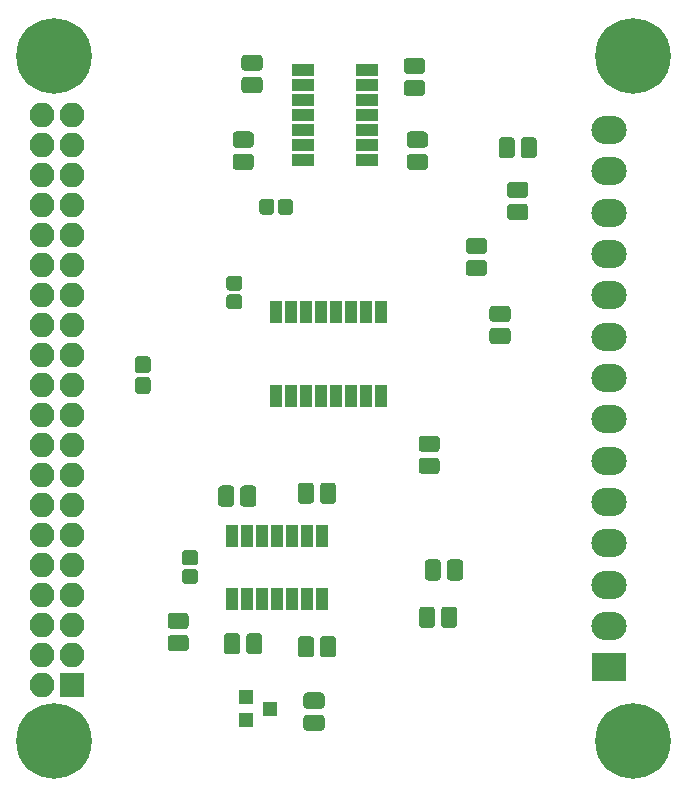
<source format=gbr>
G04 #@! TF.GenerationSoftware,KiCad,Pcbnew,6.0.0-rc1-unknown-46fddab~66~ubuntu16.04.1*
G04 #@! TF.CreationDate,2018-09-05T17:59:14+01:00*
G04 #@! TF.ProjectId,test,746573742E6B696361645F7063620000,rev?*
G04 #@! TF.SameCoordinates,Original*
G04 #@! TF.FileFunction,Soldermask,Bot*
G04 #@! TF.FilePolarity,Negative*
%FSLAX46Y46*%
G04 Gerber Fmt 4.6, Leading zero omitted, Abs format (unit mm)*
G04 Created by KiCad (PCBNEW 6.0.0-rc1-unknown-46fddab~66~ubuntu16.04.1) date Wed Sep  5 17:59:14 2018*
%MOMM*%
%LPD*%
G01*
G04 APERTURE LIST*
%ADD10C,6.400000*%
%ADD11C,0.100000*%
%ADD12C,1.275000*%
%ADD13R,1.300000X1.200000*%
%ADD14R,3.000000X2.400000*%
%ADD15O,3.000000X2.400000*%
%ADD16C,1.375000*%
%ADD17C,1.350000*%
%ADD18R,2.100000X2.100000*%
%ADD19O,2.100000X2.100000*%
%ADD20R,1.000000X1.900000*%
%ADD21R,1.900000X1.000000*%
G04 APERTURE END LIST*
D10*
G04 #@! TO.C,REF\002A\002A*
X141000000Y-49250000D03*
G04 #@! TD*
G04 #@! TO.C,REF\002A\002A*
X190000000Y-49250000D03*
G04 #@! TD*
G04 #@! TO.C,REF\002A\002A*
X190000000Y-107250000D03*
G04 #@! TD*
G04 #@! TO.C,REF\002A\002A*
X141000000Y-107250000D03*
G04 #@! TD*
D11*
G04 #@! TO.C,C1*
G36*
X152887493Y-91076535D02*
X152918435Y-91081125D01*
X152948778Y-91088725D01*
X152978230Y-91099263D01*
X153006508Y-91112638D01*
X153033338Y-91128719D01*
X153058463Y-91147353D01*
X153081640Y-91168360D01*
X153102647Y-91191537D01*
X153121281Y-91216662D01*
X153137362Y-91243492D01*
X153150737Y-91271770D01*
X153161275Y-91301222D01*
X153168875Y-91331565D01*
X153173465Y-91362507D01*
X153175000Y-91393750D01*
X153175000Y-92031250D01*
X153173465Y-92062493D01*
X153168875Y-92093435D01*
X153161275Y-92123778D01*
X153150737Y-92153230D01*
X153137362Y-92181508D01*
X153121281Y-92208338D01*
X153102647Y-92233463D01*
X153081640Y-92256640D01*
X153058463Y-92277647D01*
X153033338Y-92296281D01*
X153006508Y-92312362D01*
X152978230Y-92325737D01*
X152948778Y-92336275D01*
X152918435Y-92343875D01*
X152887493Y-92348465D01*
X152856250Y-92350000D01*
X152143750Y-92350000D01*
X152112507Y-92348465D01*
X152081565Y-92343875D01*
X152051222Y-92336275D01*
X152021770Y-92325737D01*
X151993492Y-92312362D01*
X151966662Y-92296281D01*
X151941537Y-92277647D01*
X151918360Y-92256640D01*
X151897353Y-92233463D01*
X151878719Y-92208338D01*
X151862638Y-92181508D01*
X151849263Y-92153230D01*
X151838725Y-92123778D01*
X151831125Y-92093435D01*
X151826535Y-92062493D01*
X151825000Y-92031250D01*
X151825000Y-91393750D01*
X151826535Y-91362507D01*
X151831125Y-91331565D01*
X151838725Y-91301222D01*
X151849263Y-91271770D01*
X151862638Y-91243492D01*
X151878719Y-91216662D01*
X151897353Y-91191537D01*
X151918360Y-91168360D01*
X151941537Y-91147353D01*
X151966662Y-91128719D01*
X151993492Y-91112638D01*
X152021770Y-91099263D01*
X152051222Y-91088725D01*
X152081565Y-91081125D01*
X152112507Y-91076535D01*
X152143750Y-91075000D01*
X152856250Y-91075000D01*
X152887493Y-91076535D01*
X152887493Y-91076535D01*
G37*
D12*
X152500000Y-91712500D03*
D11*
G36*
X152887493Y-92651535D02*
X152918435Y-92656125D01*
X152948778Y-92663725D01*
X152978230Y-92674263D01*
X153006508Y-92687638D01*
X153033338Y-92703719D01*
X153058463Y-92722353D01*
X153081640Y-92743360D01*
X153102647Y-92766537D01*
X153121281Y-92791662D01*
X153137362Y-92818492D01*
X153150737Y-92846770D01*
X153161275Y-92876222D01*
X153168875Y-92906565D01*
X153173465Y-92937507D01*
X153175000Y-92968750D01*
X153175000Y-93606250D01*
X153173465Y-93637493D01*
X153168875Y-93668435D01*
X153161275Y-93698778D01*
X153150737Y-93728230D01*
X153137362Y-93756508D01*
X153121281Y-93783338D01*
X153102647Y-93808463D01*
X153081640Y-93831640D01*
X153058463Y-93852647D01*
X153033338Y-93871281D01*
X153006508Y-93887362D01*
X152978230Y-93900737D01*
X152948778Y-93911275D01*
X152918435Y-93918875D01*
X152887493Y-93923465D01*
X152856250Y-93925000D01*
X152143750Y-93925000D01*
X152112507Y-93923465D01*
X152081565Y-93918875D01*
X152051222Y-93911275D01*
X152021770Y-93900737D01*
X151993492Y-93887362D01*
X151966662Y-93871281D01*
X151941537Y-93852647D01*
X151918360Y-93831640D01*
X151897353Y-93808463D01*
X151878719Y-93783338D01*
X151862638Y-93756508D01*
X151849263Y-93728230D01*
X151838725Y-93698778D01*
X151831125Y-93668435D01*
X151826535Y-93637493D01*
X151825000Y-93606250D01*
X151825000Y-92968750D01*
X151826535Y-92937507D01*
X151831125Y-92906565D01*
X151838725Y-92876222D01*
X151849263Y-92846770D01*
X151862638Y-92818492D01*
X151878719Y-92791662D01*
X151897353Y-92766537D01*
X151918360Y-92743360D01*
X151941537Y-92722353D01*
X151966662Y-92703719D01*
X151993492Y-92687638D01*
X152021770Y-92674263D01*
X152051222Y-92663725D01*
X152081565Y-92656125D01*
X152112507Y-92651535D01*
X152143750Y-92650000D01*
X152856250Y-92650000D01*
X152887493Y-92651535D01*
X152887493Y-92651535D01*
G37*
D12*
X152500000Y-93287500D03*
G04 #@! TD*
D11*
G04 #@! TO.C,C2*
G36*
X160924993Y-61326535D02*
X160955935Y-61331125D01*
X160986278Y-61338725D01*
X161015730Y-61349263D01*
X161044008Y-61362638D01*
X161070838Y-61378719D01*
X161095963Y-61397353D01*
X161119140Y-61418360D01*
X161140147Y-61441537D01*
X161158781Y-61466662D01*
X161174862Y-61493492D01*
X161188237Y-61521770D01*
X161198775Y-61551222D01*
X161206375Y-61581565D01*
X161210965Y-61612507D01*
X161212500Y-61643750D01*
X161212500Y-62356250D01*
X161210965Y-62387493D01*
X161206375Y-62418435D01*
X161198775Y-62448778D01*
X161188237Y-62478230D01*
X161174862Y-62506508D01*
X161158781Y-62533338D01*
X161140147Y-62558463D01*
X161119140Y-62581640D01*
X161095963Y-62602647D01*
X161070838Y-62621281D01*
X161044008Y-62637362D01*
X161015730Y-62650737D01*
X160986278Y-62661275D01*
X160955935Y-62668875D01*
X160924993Y-62673465D01*
X160893750Y-62675000D01*
X160256250Y-62675000D01*
X160225007Y-62673465D01*
X160194065Y-62668875D01*
X160163722Y-62661275D01*
X160134270Y-62650737D01*
X160105992Y-62637362D01*
X160079162Y-62621281D01*
X160054037Y-62602647D01*
X160030860Y-62581640D01*
X160009853Y-62558463D01*
X159991219Y-62533338D01*
X159975138Y-62506508D01*
X159961763Y-62478230D01*
X159951225Y-62448778D01*
X159943625Y-62418435D01*
X159939035Y-62387493D01*
X159937500Y-62356250D01*
X159937500Y-61643750D01*
X159939035Y-61612507D01*
X159943625Y-61581565D01*
X159951225Y-61551222D01*
X159961763Y-61521770D01*
X159975138Y-61493492D01*
X159991219Y-61466662D01*
X160009853Y-61441537D01*
X160030860Y-61418360D01*
X160054037Y-61397353D01*
X160079162Y-61378719D01*
X160105992Y-61362638D01*
X160134270Y-61349263D01*
X160163722Y-61338725D01*
X160194065Y-61331125D01*
X160225007Y-61326535D01*
X160256250Y-61325000D01*
X160893750Y-61325000D01*
X160924993Y-61326535D01*
X160924993Y-61326535D01*
G37*
D12*
X160575000Y-62000000D03*
D11*
G36*
X159349993Y-61326535D02*
X159380935Y-61331125D01*
X159411278Y-61338725D01*
X159440730Y-61349263D01*
X159469008Y-61362638D01*
X159495838Y-61378719D01*
X159520963Y-61397353D01*
X159544140Y-61418360D01*
X159565147Y-61441537D01*
X159583781Y-61466662D01*
X159599862Y-61493492D01*
X159613237Y-61521770D01*
X159623775Y-61551222D01*
X159631375Y-61581565D01*
X159635965Y-61612507D01*
X159637500Y-61643750D01*
X159637500Y-62356250D01*
X159635965Y-62387493D01*
X159631375Y-62418435D01*
X159623775Y-62448778D01*
X159613237Y-62478230D01*
X159599862Y-62506508D01*
X159583781Y-62533338D01*
X159565147Y-62558463D01*
X159544140Y-62581640D01*
X159520963Y-62602647D01*
X159495838Y-62621281D01*
X159469008Y-62637362D01*
X159440730Y-62650737D01*
X159411278Y-62661275D01*
X159380935Y-62668875D01*
X159349993Y-62673465D01*
X159318750Y-62675000D01*
X158681250Y-62675000D01*
X158650007Y-62673465D01*
X158619065Y-62668875D01*
X158588722Y-62661275D01*
X158559270Y-62650737D01*
X158530992Y-62637362D01*
X158504162Y-62621281D01*
X158479037Y-62602647D01*
X158455860Y-62581640D01*
X158434853Y-62558463D01*
X158416219Y-62533338D01*
X158400138Y-62506508D01*
X158386763Y-62478230D01*
X158376225Y-62448778D01*
X158368625Y-62418435D01*
X158364035Y-62387493D01*
X158362500Y-62356250D01*
X158362500Y-61643750D01*
X158364035Y-61612507D01*
X158368625Y-61581565D01*
X158376225Y-61551222D01*
X158386763Y-61521770D01*
X158400138Y-61493492D01*
X158416219Y-61466662D01*
X158434853Y-61441537D01*
X158455860Y-61418360D01*
X158479037Y-61397353D01*
X158504162Y-61378719D01*
X158530992Y-61362638D01*
X158559270Y-61349263D01*
X158588722Y-61338725D01*
X158619065Y-61331125D01*
X158650007Y-61326535D01*
X158681250Y-61325000D01*
X159318750Y-61325000D01*
X159349993Y-61326535D01*
X159349993Y-61326535D01*
G37*
D12*
X159000000Y-62000000D03*
G04 #@! TD*
D11*
G04 #@! TO.C,C3*
G36*
X156637493Y-69401535D02*
X156668435Y-69406125D01*
X156698778Y-69413725D01*
X156728230Y-69424263D01*
X156756508Y-69437638D01*
X156783338Y-69453719D01*
X156808463Y-69472353D01*
X156831640Y-69493360D01*
X156852647Y-69516537D01*
X156871281Y-69541662D01*
X156887362Y-69568492D01*
X156900737Y-69596770D01*
X156911275Y-69626222D01*
X156918875Y-69656565D01*
X156923465Y-69687507D01*
X156925000Y-69718750D01*
X156925000Y-70356250D01*
X156923465Y-70387493D01*
X156918875Y-70418435D01*
X156911275Y-70448778D01*
X156900737Y-70478230D01*
X156887362Y-70506508D01*
X156871281Y-70533338D01*
X156852647Y-70558463D01*
X156831640Y-70581640D01*
X156808463Y-70602647D01*
X156783338Y-70621281D01*
X156756508Y-70637362D01*
X156728230Y-70650737D01*
X156698778Y-70661275D01*
X156668435Y-70668875D01*
X156637493Y-70673465D01*
X156606250Y-70675000D01*
X155893750Y-70675000D01*
X155862507Y-70673465D01*
X155831565Y-70668875D01*
X155801222Y-70661275D01*
X155771770Y-70650737D01*
X155743492Y-70637362D01*
X155716662Y-70621281D01*
X155691537Y-70602647D01*
X155668360Y-70581640D01*
X155647353Y-70558463D01*
X155628719Y-70533338D01*
X155612638Y-70506508D01*
X155599263Y-70478230D01*
X155588725Y-70448778D01*
X155581125Y-70418435D01*
X155576535Y-70387493D01*
X155575000Y-70356250D01*
X155575000Y-69718750D01*
X155576535Y-69687507D01*
X155581125Y-69656565D01*
X155588725Y-69626222D01*
X155599263Y-69596770D01*
X155612638Y-69568492D01*
X155628719Y-69541662D01*
X155647353Y-69516537D01*
X155668360Y-69493360D01*
X155691537Y-69472353D01*
X155716662Y-69453719D01*
X155743492Y-69437638D01*
X155771770Y-69424263D01*
X155801222Y-69413725D01*
X155831565Y-69406125D01*
X155862507Y-69401535D01*
X155893750Y-69400000D01*
X156606250Y-69400000D01*
X156637493Y-69401535D01*
X156637493Y-69401535D01*
G37*
D12*
X156250000Y-70037500D03*
D11*
G36*
X156637493Y-67826535D02*
X156668435Y-67831125D01*
X156698778Y-67838725D01*
X156728230Y-67849263D01*
X156756508Y-67862638D01*
X156783338Y-67878719D01*
X156808463Y-67897353D01*
X156831640Y-67918360D01*
X156852647Y-67941537D01*
X156871281Y-67966662D01*
X156887362Y-67993492D01*
X156900737Y-68021770D01*
X156911275Y-68051222D01*
X156918875Y-68081565D01*
X156923465Y-68112507D01*
X156925000Y-68143750D01*
X156925000Y-68781250D01*
X156923465Y-68812493D01*
X156918875Y-68843435D01*
X156911275Y-68873778D01*
X156900737Y-68903230D01*
X156887362Y-68931508D01*
X156871281Y-68958338D01*
X156852647Y-68983463D01*
X156831640Y-69006640D01*
X156808463Y-69027647D01*
X156783338Y-69046281D01*
X156756508Y-69062362D01*
X156728230Y-69075737D01*
X156698778Y-69086275D01*
X156668435Y-69093875D01*
X156637493Y-69098465D01*
X156606250Y-69100000D01*
X155893750Y-69100000D01*
X155862507Y-69098465D01*
X155831565Y-69093875D01*
X155801222Y-69086275D01*
X155771770Y-69075737D01*
X155743492Y-69062362D01*
X155716662Y-69046281D01*
X155691537Y-69027647D01*
X155668360Y-69006640D01*
X155647353Y-68983463D01*
X155628719Y-68958338D01*
X155612638Y-68931508D01*
X155599263Y-68903230D01*
X155588725Y-68873778D01*
X155581125Y-68843435D01*
X155576535Y-68812493D01*
X155575000Y-68781250D01*
X155575000Y-68143750D01*
X155576535Y-68112507D01*
X155581125Y-68081565D01*
X155588725Y-68051222D01*
X155599263Y-68021770D01*
X155612638Y-67993492D01*
X155628719Y-67966662D01*
X155647353Y-67941537D01*
X155668360Y-67918360D01*
X155691537Y-67897353D01*
X155716662Y-67878719D01*
X155743492Y-67862638D01*
X155771770Y-67849263D01*
X155801222Y-67838725D01*
X155831565Y-67831125D01*
X155862507Y-67826535D01*
X155893750Y-67825000D01*
X156606250Y-67825000D01*
X156637493Y-67826535D01*
X156637493Y-67826535D01*
G37*
D12*
X156250000Y-68462500D03*
G04 #@! TD*
D13*
G04 #@! TO.C,D1*
X157250000Y-105450000D03*
X157250000Y-103550000D03*
X159250000Y-104500000D03*
G04 #@! TD*
D14*
G04 #@! TO.C,J1*
X188000000Y-101000000D03*
D15*
X188000000Y-97500000D03*
X188000000Y-94000000D03*
X188000000Y-90500000D03*
X188000000Y-87000000D03*
X188000000Y-83500000D03*
X188000000Y-80000000D03*
X188000000Y-76500000D03*
X188000000Y-73000000D03*
X188000000Y-69500000D03*
X188000000Y-66000000D03*
X188000000Y-62500000D03*
X188000000Y-59000000D03*
X188000000Y-55500000D03*
G04 #@! TD*
D11*
G04 #@! TO.C,R1*
G36*
X163589943Y-105001655D02*
X163623312Y-105006605D01*
X163656035Y-105014802D01*
X163687797Y-105026166D01*
X163718293Y-105040590D01*
X163747227Y-105057932D01*
X163774323Y-105078028D01*
X163799318Y-105100682D01*
X163821972Y-105125677D01*
X163842068Y-105152773D01*
X163859410Y-105181707D01*
X163873834Y-105212203D01*
X163885198Y-105243965D01*
X163893395Y-105276688D01*
X163898345Y-105310057D01*
X163900000Y-105343750D01*
X163900000Y-106031250D01*
X163898345Y-106064943D01*
X163893395Y-106098312D01*
X163885198Y-106131035D01*
X163873834Y-106162797D01*
X163859410Y-106193293D01*
X163842068Y-106222227D01*
X163821972Y-106249323D01*
X163799318Y-106274318D01*
X163774323Y-106296972D01*
X163747227Y-106317068D01*
X163718293Y-106334410D01*
X163687797Y-106348834D01*
X163656035Y-106360198D01*
X163623312Y-106368395D01*
X163589943Y-106373345D01*
X163556250Y-106375000D01*
X162443750Y-106375000D01*
X162410057Y-106373345D01*
X162376688Y-106368395D01*
X162343965Y-106360198D01*
X162312203Y-106348834D01*
X162281707Y-106334410D01*
X162252773Y-106317068D01*
X162225677Y-106296972D01*
X162200682Y-106274318D01*
X162178028Y-106249323D01*
X162157932Y-106222227D01*
X162140590Y-106193293D01*
X162126166Y-106162797D01*
X162114802Y-106131035D01*
X162106605Y-106098312D01*
X162101655Y-106064943D01*
X162100000Y-106031250D01*
X162100000Y-105343750D01*
X162101655Y-105310057D01*
X162106605Y-105276688D01*
X162114802Y-105243965D01*
X162126166Y-105212203D01*
X162140590Y-105181707D01*
X162157932Y-105152773D01*
X162178028Y-105125677D01*
X162200682Y-105100682D01*
X162225677Y-105078028D01*
X162252773Y-105057932D01*
X162281707Y-105040590D01*
X162312203Y-105026166D01*
X162343965Y-105014802D01*
X162376688Y-105006605D01*
X162410057Y-105001655D01*
X162443750Y-105000000D01*
X163556250Y-105000000D01*
X163589943Y-105001655D01*
X163589943Y-105001655D01*
G37*
D16*
X163000000Y-105687500D03*
D11*
G36*
X163589943Y-103126655D02*
X163623312Y-103131605D01*
X163656035Y-103139802D01*
X163687797Y-103151166D01*
X163718293Y-103165590D01*
X163747227Y-103182932D01*
X163774323Y-103203028D01*
X163799318Y-103225682D01*
X163821972Y-103250677D01*
X163842068Y-103277773D01*
X163859410Y-103306707D01*
X163873834Y-103337203D01*
X163885198Y-103368965D01*
X163893395Y-103401688D01*
X163898345Y-103435057D01*
X163900000Y-103468750D01*
X163900000Y-104156250D01*
X163898345Y-104189943D01*
X163893395Y-104223312D01*
X163885198Y-104256035D01*
X163873834Y-104287797D01*
X163859410Y-104318293D01*
X163842068Y-104347227D01*
X163821972Y-104374323D01*
X163799318Y-104399318D01*
X163774323Y-104421972D01*
X163747227Y-104442068D01*
X163718293Y-104459410D01*
X163687797Y-104473834D01*
X163656035Y-104485198D01*
X163623312Y-104493395D01*
X163589943Y-104498345D01*
X163556250Y-104500000D01*
X162443750Y-104500000D01*
X162410057Y-104498345D01*
X162376688Y-104493395D01*
X162343965Y-104485198D01*
X162312203Y-104473834D01*
X162281707Y-104459410D01*
X162252773Y-104442068D01*
X162225677Y-104421972D01*
X162200682Y-104399318D01*
X162178028Y-104374323D01*
X162157932Y-104347227D01*
X162140590Y-104318293D01*
X162126166Y-104287797D01*
X162114802Y-104256035D01*
X162106605Y-104223312D01*
X162101655Y-104189943D01*
X162100000Y-104156250D01*
X162100000Y-103468750D01*
X162101655Y-103435057D01*
X162106605Y-103401688D01*
X162114802Y-103368965D01*
X162126166Y-103337203D01*
X162140590Y-103306707D01*
X162157932Y-103277773D01*
X162178028Y-103250677D01*
X162200682Y-103225682D01*
X162225677Y-103203028D01*
X162252773Y-103182932D01*
X162281707Y-103165590D01*
X162312203Y-103151166D01*
X162343965Y-103139802D01*
X162376688Y-103131605D01*
X162410057Y-103126655D01*
X162443750Y-103125000D01*
X163556250Y-103125000D01*
X163589943Y-103126655D01*
X163589943Y-103126655D01*
G37*
D16*
X163000000Y-103812500D03*
G04 #@! TD*
D11*
G04 #@! TO.C,R2*
G36*
X152089943Y-98251655D02*
X152123312Y-98256605D01*
X152156035Y-98264802D01*
X152187797Y-98276166D01*
X152218293Y-98290590D01*
X152247227Y-98307932D01*
X152274323Y-98328028D01*
X152299318Y-98350682D01*
X152321972Y-98375677D01*
X152342068Y-98402773D01*
X152359410Y-98431707D01*
X152373834Y-98462203D01*
X152385198Y-98493965D01*
X152393395Y-98526688D01*
X152398345Y-98560057D01*
X152400000Y-98593750D01*
X152400000Y-99281250D01*
X152398345Y-99314943D01*
X152393395Y-99348312D01*
X152385198Y-99381035D01*
X152373834Y-99412797D01*
X152359410Y-99443293D01*
X152342068Y-99472227D01*
X152321972Y-99499323D01*
X152299318Y-99524318D01*
X152274323Y-99546972D01*
X152247227Y-99567068D01*
X152218293Y-99584410D01*
X152187797Y-99598834D01*
X152156035Y-99610198D01*
X152123312Y-99618395D01*
X152089943Y-99623345D01*
X152056250Y-99625000D01*
X150943750Y-99625000D01*
X150910057Y-99623345D01*
X150876688Y-99618395D01*
X150843965Y-99610198D01*
X150812203Y-99598834D01*
X150781707Y-99584410D01*
X150752773Y-99567068D01*
X150725677Y-99546972D01*
X150700682Y-99524318D01*
X150678028Y-99499323D01*
X150657932Y-99472227D01*
X150640590Y-99443293D01*
X150626166Y-99412797D01*
X150614802Y-99381035D01*
X150606605Y-99348312D01*
X150601655Y-99314943D01*
X150600000Y-99281250D01*
X150600000Y-98593750D01*
X150601655Y-98560057D01*
X150606605Y-98526688D01*
X150614802Y-98493965D01*
X150626166Y-98462203D01*
X150640590Y-98431707D01*
X150657932Y-98402773D01*
X150678028Y-98375677D01*
X150700682Y-98350682D01*
X150725677Y-98328028D01*
X150752773Y-98307932D01*
X150781707Y-98290590D01*
X150812203Y-98276166D01*
X150843965Y-98264802D01*
X150876688Y-98256605D01*
X150910057Y-98251655D01*
X150943750Y-98250000D01*
X152056250Y-98250000D01*
X152089943Y-98251655D01*
X152089943Y-98251655D01*
G37*
D16*
X151500000Y-98937500D03*
D11*
G36*
X152089943Y-96376655D02*
X152123312Y-96381605D01*
X152156035Y-96389802D01*
X152187797Y-96401166D01*
X152218293Y-96415590D01*
X152247227Y-96432932D01*
X152274323Y-96453028D01*
X152299318Y-96475682D01*
X152321972Y-96500677D01*
X152342068Y-96527773D01*
X152359410Y-96556707D01*
X152373834Y-96587203D01*
X152385198Y-96618965D01*
X152393395Y-96651688D01*
X152398345Y-96685057D01*
X152400000Y-96718750D01*
X152400000Y-97406250D01*
X152398345Y-97439943D01*
X152393395Y-97473312D01*
X152385198Y-97506035D01*
X152373834Y-97537797D01*
X152359410Y-97568293D01*
X152342068Y-97597227D01*
X152321972Y-97624323D01*
X152299318Y-97649318D01*
X152274323Y-97671972D01*
X152247227Y-97692068D01*
X152218293Y-97709410D01*
X152187797Y-97723834D01*
X152156035Y-97735198D01*
X152123312Y-97743395D01*
X152089943Y-97748345D01*
X152056250Y-97750000D01*
X150943750Y-97750000D01*
X150910057Y-97748345D01*
X150876688Y-97743395D01*
X150843965Y-97735198D01*
X150812203Y-97723834D01*
X150781707Y-97709410D01*
X150752773Y-97692068D01*
X150725677Y-97671972D01*
X150700682Y-97649318D01*
X150678028Y-97624323D01*
X150657932Y-97597227D01*
X150640590Y-97568293D01*
X150626166Y-97537797D01*
X150614802Y-97506035D01*
X150606605Y-97473312D01*
X150601655Y-97439943D01*
X150600000Y-97406250D01*
X150600000Y-96718750D01*
X150601655Y-96685057D01*
X150606605Y-96651688D01*
X150614802Y-96618965D01*
X150626166Y-96587203D01*
X150640590Y-96556707D01*
X150657932Y-96527773D01*
X150678028Y-96500677D01*
X150700682Y-96475682D01*
X150725677Y-96453028D01*
X150752773Y-96432932D01*
X150781707Y-96415590D01*
X150812203Y-96401166D01*
X150843965Y-96389802D01*
X150876688Y-96381605D01*
X150910057Y-96376655D01*
X150943750Y-96375000D01*
X152056250Y-96375000D01*
X152089943Y-96376655D01*
X152089943Y-96376655D01*
G37*
D16*
X151500000Y-97062500D03*
G04 #@! TD*
D11*
G04 #@! TO.C,R3*
G36*
X157814943Y-85601655D02*
X157848312Y-85606605D01*
X157881035Y-85614802D01*
X157912797Y-85626166D01*
X157943293Y-85640590D01*
X157972227Y-85657932D01*
X157999323Y-85678028D01*
X158024318Y-85700682D01*
X158046972Y-85725677D01*
X158067068Y-85752773D01*
X158084410Y-85781707D01*
X158098834Y-85812203D01*
X158110198Y-85843965D01*
X158118395Y-85876688D01*
X158123345Y-85910057D01*
X158125000Y-85943750D01*
X158125000Y-87056250D01*
X158123345Y-87089943D01*
X158118395Y-87123312D01*
X158110198Y-87156035D01*
X158098834Y-87187797D01*
X158084410Y-87218293D01*
X158067068Y-87247227D01*
X158046972Y-87274323D01*
X158024318Y-87299318D01*
X157999323Y-87321972D01*
X157972227Y-87342068D01*
X157943293Y-87359410D01*
X157912797Y-87373834D01*
X157881035Y-87385198D01*
X157848312Y-87393395D01*
X157814943Y-87398345D01*
X157781250Y-87400000D01*
X157093750Y-87400000D01*
X157060057Y-87398345D01*
X157026688Y-87393395D01*
X156993965Y-87385198D01*
X156962203Y-87373834D01*
X156931707Y-87359410D01*
X156902773Y-87342068D01*
X156875677Y-87321972D01*
X156850682Y-87299318D01*
X156828028Y-87274323D01*
X156807932Y-87247227D01*
X156790590Y-87218293D01*
X156776166Y-87187797D01*
X156764802Y-87156035D01*
X156756605Y-87123312D01*
X156751655Y-87089943D01*
X156750000Y-87056250D01*
X156750000Y-85943750D01*
X156751655Y-85910057D01*
X156756605Y-85876688D01*
X156764802Y-85843965D01*
X156776166Y-85812203D01*
X156790590Y-85781707D01*
X156807932Y-85752773D01*
X156828028Y-85725677D01*
X156850682Y-85700682D01*
X156875677Y-85678028D01*
X156902773Y-85657932D01*
X156931707Y-85640590D01*
X156962203Y-85626166D01*
X156993965Y-85614802D01*
X157026688Y-85606605D01*
X157060057Y-85601655D01*
X157093750Y-85600000D01*
X157781250Y-85600000D01*
X157814943Y-85601655D01*
X157814943Y-85601655D01*
G37*
D16*
X157437500Y-86500000D03*
D11*
G36*
X155939943Y-85601655D02*
X155973312Y-85606605D01*
X156006035Y-85614802D01*
X156037797Y-85626166D01*
X156068293Y-85640590D01*
X156097227Y-85657932D01*
X156124323Y-85678028D01*
X156149318Y-85700682D01*
X156171972Y-85725677D01*
X156192068Y-85752773D01*
X156209410Y-85781707D01*
X156223834Y-85812203D01*
X156235198Y-85843965D01*
X156243395Y-85876688D01*
X156248345Y-85910057D01*
X156250000Y-85943750D01*
X156250000Y-87056250D01*
X156248345Y-87089943D01*
X156243395Y-87123312D01*
X156235198Y-87156035D01*
X156223834Y-87187797D01*
X156209410Y-87218293D01*
X156192068Y-87247227D01*
X156171972Y-87274323D01*
X156149318Y-87299318D01*
X156124323Y-87321972D01*
X156097227Y-87342068D01*
X156068293Y-87359410D01*
X156037797Y-87373834D01*
X156006035Y-87385198D01*
X155973312Y-87393395D01*
X155939943Y-87398345D01*
X155906250Y-87400000D01*
X155218750Y-87400000D01*
X155185057Y-87398345D01*
X155151688Y-87393395D01*
X155118965Y-87385198D01*
X155087203Y-87373834D01*
X155056707Y-87359410D01*
X155027773Y-87342068D01*
X155000677Y-87321972D01*
X154975682Y-87299318D01*
X154953028Y-87274323D01*
X154932932Y-87247227D01*
X154915590Y-87218293D01*
X154901166Y-87187797D01*
X154889802Y-87156035D01*
X154881605Y-87123312D01*
X154876655Y-87089943D01*
X154875000Y-87056250D01*
X154875000Y-85943750D01*
X154876655Y-85910057D01*
X154881605Y-85876688D01*
X154889802Y-85843965D01*
X154901166Y-85812203D01*
X154915590Y-85781707D01*
X154932932Y-85752773D01*
X154953028Y-85725677D01*
X154975682Y-85700682D01*
X155000677Y-85678028D01*
X155027773Y-85657932D01*
X155056707Y-85640590D01*
X155087203Y-85626166D01*
X155118965Y-85614802D01*
X155151688Y-85606605D01*
X155185057Y-85601655D01*
X155218750Y-85600000D01*
X155906250Y-85600000D01*
X155939943Y-85601655D01*
X155939943Y-85601655D01*
G37*
D16*
X155562500Y-86500000D03*
G04 #@! TD*
D11*
G04 #@! TO.C,R4*
G36*
X157589943Y-55626655D02*
X157623312Y-55631605D01*
X157656035Y-55639802D01*
X157687797Y-55651166D01*
X157718293Y-55665590D01*
X157747227Y-55682932D01*
X157774323Y-55703028D01*
X157799318Y-55725682D01*
X157821972Y-55750677D01*
X157842068Y-55777773D01*
X157859410Y-55806707D01*
X157873834Y-55837203D01*
X157885198Y-55868965D01*
X157893395Y-55901688D01*
X157898345Y-55935057D01*
X157900000Y-55968750D01*
X157900000Y-56656250D01*
X157898345Y-56689943D01*
X157893395Y-56723312D01*
X157885198Y-56756035D01*
X157873834Y-56787797D01*
X157859410Y-56818293D01*
X157842068Y-56847227D01*
X157821972Y-56874323D01*
X157799318Y-56899318D01*
X157774323Y-56921972D01*
X157747227Y-56942068D01*
X157718293Y-56959410D01*
X157687797Y-56973834D01*
X157656035Y-56985198D01*
X157623312Y-56993395D01*
X157589943Y-56998345D01*
X157556250Y-57000000D01*
X156443750Y-57000000D01*
X156410057Y-56998345D01*
X156376688Y-56993395D01*
X156343965Y-56985198D01*
X156312203Y-56973834D01*
X156281707Y-56959410D01*
X156252773Y-56942068D01*
X156225677Y-56921972D01*
X156200682Y-56899318D01*
X156178028Y-56874323D01*
X156157932Y-56847227D01*
X156140590Y-56818293D01*
X156126166Y-56787797D01*
X156114802Y-56756035D01*
X156106605Y-56723312D01*
X156101655Y-56689943D01*
X156100000Y-56656250D01*
X156100000Y-55968750D01*
X156101655Y-55935057D01*
X156106605Y-55901688D01*
X156114802Y-55868965D01*
X156126166Y-55837203D01*
X156140590Y-55806707D01*
X156157932Y-55777773D01*
X156178028Y-55750677D01*
X156200682Y-55725682D01*
X156225677Y-55703028D01*
X156252773Y-55682932D01*
X156281707Y-55665590D01*
X156312203Y-55651166D01*
X156343965Y-55639802D01*
X156376688Y-55631605D01*
X156410057Y-55626655D01*
X156443750Y-55625000D01*
X157556250Y-55625000D01*
X157589943Y-55626655D01*
X157589943Y-55626655D01*
G37*
D16*
X157000000Y-56312500D03*
D11*
G36*
X157589943Y-57501655D02*
X157623312Y-57506605D01*
X157656035Y-57514802D01*
X157687797Y-57526166D01*
X157718293Y-57540590D01*
X157747227Y-57557932D01*
X157774323Y-57578028D01*
X157799318Y-57600682D01*
X157821972Y-57625677D01*
X157842068Y-57652773D01*
X157859410Y-57681707D01*
X157873834Y-57712203D01*
X157885198Y-57743965D01*
X157893395Y-57776688D01*
X157898345Y-57810057D01*
X157900000Y-57843750D01*
X157900000Y-58531250D01*
X157898345Y-58564943D01*
X157893395Y-58598312D01*
X157885198Y-58631035D01*
X157873834Y-58662797D01*
X157859410Y-58693293D01*
X157842068Y-58722227D01*
X157821972Y-58749323D01*
X157799318Y-58774318D01*
X157774323Y-58796972D01*
X157747227Y-58817068D01*
X157718293Y-58834410D01*
X157687797Y-58848834D01*
X157656035Y-58860198D01*
X157623312Y-58868395D01*
X157589943Y-58873345D01*
X157556250Y-58875000D01*
X156443750Y-58875000D01*
X156410057Y-58873345D01*
X156376688Y-58868395D01*
X156343965Y-58860198D01*
X156312203Y-58848834D01*
X156281707Y-58834410D01*
X156252773Y-58817068D01*
X156225677Y-58796972D01*
X156200682Y-58774318D01*
X156178028Y-58749323D01*
X156157932Y-58722227D01*
X156140590Y-58693293D01*
X156126166Y-58662797D01*
X156114802Y-58631035D01*
X156106605Y-58598312D01*
X156101655Y-58564943D01*
X156100000Y-58531250D01*
X156100000Y-57843750D01*
X156101655Y-57810057D01*
X156106605Y-57776688D01*
X156114802Y-57743965D01*
X156126166Y-57712203D01*
X156140590Y-57681707D01*
X156157932Y-57652773D01*
X156178028Y-57625677D01*
X156200682Y-57600682D01*
X156225677Y-57578028D01*
X156252773Y-57557932D01*
X156281707Y-57540590D01*
X156312203Y-57526166D01*
X156343965Y-57514802D01*
X156376688Y-57506605D01*
X156410057Y-57501655D01*
X156443750Y-57500000D01*
X157556250Y-57500000D01*
X157589943Y-57501655D01*
X157589943Y-57501655D01*
G37*
D16*
X157000000Y-58187500D03*
G04 #@! TD*
D11*
G04 #@! TO.C,R5*
G36*
X162689943Y-85351655D02*
X162723312Y-85356605D01*
X162756035Y-85364802D01*
X162787797Y-85376166D01*
X162818293Y-85390590D01*
X162847227Y-85407932D01*
X162874323Y-85428028D01*
X162899318Y-85450682D01*
X162921972Y-85475677D01*
X162942068Y-85502773D01*
X162959410Y-85531707D01*
X162973834Y-85562203D01*
X162985198Y-85593965D01*
X162993395Y-85626688D01*
X162998345Y-85660057D01*
X163000000Y-85693750D01*
X163000000Y-86806250D01*
X162998345Y-86839943D01*
X162993395Y-86873312D01*
X162985198Y-86906035D01*
X162973834Y-86937797D01*
X162959410Y-86968293D01*
X162942068Y-86997227D01*
X162921972Y-87024323D01*
X162899318Y-87049318D01*
X162874323Y-87071972D01*
X162847227Y-87092068D01*
X162818293Y-87109410D01*
X162787797Y-87123834D01*
X162756035Y-87135198D01*
X162723312Y-87143395D01*
X162689943Y-87148345D01*
X162656250Y-87150000D01*
X161968750Y-87150000D01*
X161935057Y-87148345D01*
X161901688Y-87143395D01*
X161868965Y-87135198D01*
X161837203Y-87123834D01*
X161806707Y-87109410D01*
X161777773Y-87092068D01*
X161750677Y-87071972D01*
X161725682Y-87049318D01*
X161703028Y-87024323D01*
X161682932Y-86997227D01*
X161665590Y-86968293D01*
X161651166Y-86937797D01*
X161639802Y-86906035D01*
X161631605Y-86873312D01*
X161626655Y-86839943D01*
X161625000Y-86806250D01*
X161625000Y-85693750D01*
X161626655Y-85660057D01*
X161631605Y-85626688D01*
X161639802Y-85593965D01*
X161651166Y-85562203D01*
X161665590Y-85531707D01*
X161682932Y-85502773D01*
X161703028Y-85475677D01*
X161725682Y-85450682D01*
X161750677Y-85428028D01*
X161777773Y-85407932D01*
X161806707Y-85390590D01*
X161837203Y-85376166D01*
X161868965Y-85364802D01*
X161901688Y-85356605D01*
X161935057Y-85351655D01*
X161968750Y-85350000D01*
X162656250Y-85350000D01*
X162689943Y-85351655D01*
X162689943Y-85351655D01*
G37*
D16*
X162312500Y-86250000D03*
D11*
G36*
X164564943Y-85351655D02*
X164598312Y-85356605D01*
X164631035Y-85364802D01*
X164662797Y-85376166D01*
X164693293Y-85390590D01*
X164722227Y-85407932D01*
X164749323Y-85428028D01*
X164774318Y-85450682D01*
X164796972Y-85475677D01*
X164817068Y-85502773D01*
X164834410Y-85531707D01*
X164848834Y-85562203D01*
X164860198Y-85593965D01*
X164868395Y-85626688D01*
X164873345Y-85660057D01*
X164875000Y-85693750D01*
X164875000Y-86806250D01*
X164873345Y-86839943D01*
X164868395Y-86873312D01*
X164860198Y-86906035D01*
X164848834Y-86937797D01*
X164834410Y-86968293D01*
X164817068Y-86997227D01*
X164796972Y-87024323D01*
X164774318Y-87049318D01*
X164749323Y-87071972D01*
X164722227Y-87092068D01*
X164693293Y-87109410D01*
X164662797Y-87123834D01*
X164631035Y-87135198D01*
X164598312Y-87143395D01*
X164564943Y-87148345D01*
X164531250Y-87150000D01*
X163843750Y-87150000D01*
X163810057Y-87148345D01*
X163776688Y-87143395D01*
X163743965Y-87135198D01*
X163712203Y-87123834D01*
X163681707Y-87109410D01*
X163652773Y-87092068D01*
X163625677Y-87071972D01*
X163600682Y-87049318D01*
X163578028Y-87024323D01*
X163557932Y-86997227D01*
X163540590Y-86968293D01*
X163526166Y-86937797D01*
X163514802Y-86906035D01*
X163506605Y-86873312D01*
X163501655Y-86839943D01*
X163500000Y-86806250D01*
X163500000Y-85693750D01*
X163501655Y-85660057D01*
X163506605Y-85626688D01*
X163514802Y-85593965D01*
X163526166Y-85562203D01*
X163540590Y-85531707D01*
X163557932Y-85502773D01*
X163578028Y-85475677D01*
X163600682Y-85450682D01*
X163625677Y-85428028D01*
X163652773Y-85407932D01*
X163681707Y-85390590D01*
X163712203Y-85376166D01*
X163743965Y-85364802D01*
X163776688Y-85356605D01*
X163810057Y-85351655D01*
X163843750Y-85350000D01*
X164531250Y-85350000D01*
X164564943Y-85351655D01*
X164564943Y-85351655D01*
G37*
D16*
X164187500Y-86250000D03*
G04 #@! TD*
D11*
G04 #@! TO.C,R6*
G36*
X164564943Y-98351655D02*
X164598312Y-98356605D01*
X164631035Y-98364802D01*
X164662797Y-98376166D01*
X164693293Y-98390590D01*
X164722227Y-98407932D01*
X164749323Y-98428028D01*
X164774318Y-98450682D01*
X164796972Y-98475677D01*
X164817068Y-98502773D01*
X164834410Y-98531707D01*
X164848834Y-98562203D01*
X164860198Y-98593965D01*
X164868395Y-98626688D01*
X164873345Y-98660057D01*
X164875000Y-98693750D01*
X164875000Y-99806250D01*
X164873345Y-99839943D01*
X164868395Y-99873312D01*
X164860198Y-99906035D01*
X164848834Y-99937797D01*
X164834410Y-99968293D01*
X164817068Y-99997227D01*
X164796972Y-100024323D01*
X164774318Y-100049318D01*
X164749323Y-100071972D01*
X164722227Y-100092068D01*
X164693293Y-100109410D01*
X164662797Y-100123834D01*
X164631035Y-100135198D01*
X164598312Y-100143395D01*
X164564943Y-100148345D01*
X164531250Y-100150000D01*
X163843750Y-100150000D01*
X163810057Y-100148345D01*
X163776688Y-100143395D01*
X163743965Y-100135198D01*
X163712203Y-100123834D01*
X163681707Y-100109410D01*
X163652773Y-100092068D01*
X163625677Y-100071972D01*
X163600682Y-100049318D01*
X163578028Y-100024323D01*
X163557932Y-99997227D01*
X163540590Y-99968293D01*
X163526166Y-99937797D01*
X163514802Y-99906035D01*
X163506605Y-99873312D01*
X163501655Y-99839943D01*
X163500000Y-99806250D01*
X163500000Y-98693750D01*
X163501655Y-98660057D01*
X163506605Y-98626688D01*
X163514802Y-98593965D01*
X163526166Y-98562203D01*
X163540590Y-98531707D01*
X163557932Y-98502773D01*
X163578028Y-98475677D01*
X163600682Y-98450682D01*
X163625677Y-98428028D01*
X163652773Y-98407932D01*
X163681707Y-98390590D01*
X163712203Y-98376166D01*
X163743965Y-98364802D01*
X163776688Y-98356605D01*
X163810057Y-98351655D01*
X163843750Y-98350000D01*
X164531250Y-98350000D01*
X164564943Y-98351655D01*
X164564943Y-98351655D01*
G37*
D16*
X164187500Y-99250000D03*
D11*
G36*
X162689943Y-98351655D02*
X162723312Y-98356605D01*
X162756035Y-98364802D01*
X162787797Y-98376166D01*
X162818293Y-98390590D01*
X162847227Y-98407932D01*
X162874323Y-98428028D01*
X162899318Y-98450682D01*
X162921972Y-98475677D01*
X162942068Y-98502773D01*
X162959410Y-98531707D01*
X162973834Y-98562203D01*
X162985198Y-98593965D01*
X162993395Y-98626688D01*
X162998345Y-98660057D01*
X163000000Y-98693750D01*
X163000000Y-99806250D01*
X162998345Y-99839943D01*
X162993395Y-99873312D01*
X162985198Y-99906035D01*
X162973834Y-99937797D01*
X162959410Y-99968293D01*
X162942068Y-99997227D01*
X162921972Y-100024323D01*
X162899318Y-100049318D01*
X162874323Y-100071972D01*
X162847227Y-100092068D01*
X162818293Y-100109410D01*
X162787797Y-100123834D01*
X162756035Y-100135198D01*
X162723312Y-100143395D01*
X162689943Y-100148345D01*
X162656250Y-100150000D01*
X161968750Y-100150000D01*
X161935057Y-100148345D01*
X161901688Y-100143395D01*
X161868965Y-100135198D01*
X161837203Y-100123834D01*
X161806707Y-100109410D01*
X161777773Y-100092068D01*
X161750677Y-100071972D01*
X161725682Y-100049318D01*
X161703028Y-100024323D01*
X161682932Y-99997227D01*
X161665590Y-99968293D01*
X161651166Y-99937797D01*
X161639802Y-99906035D01*
X161631605Y-99873312D01*
X161626655Y-99839943D01*
X161625000Y-99806250D01*
X161625000Y-98693750D01*
X161626655Y-98660057D01*
X161631605Y-98626688D01*
X161639802Y-98593965D01*
X161651166Y-98562203D01*
X161665590Y-98531707D01*
X161682932Y-98502773D01*
X161703028Y-98475677D01*
X161725682Y-98450682D01*
X161750677Y-98428028D01*
X161777773Y-98407932D01*
X161806707Y-98390590D01*
X161837203Y-98376166D01*
X161868965Y-98364802D01*
X161901688Y-98356605D01*
X161935057Y-98351655D01*
X161968750Y-98350000D01*
X162656250Y-98350000D01*
X162689943Y-98351655D01*
X162689943Y-98351655D01*
G37*
D16*
X162312500Y-99250000D03*
G04 #@! TD*
D11*
G04 #@! TO.C,R7*
G36*
X158314943Y-98101655D02*
X158348312Y-98106605D01*
X158381035Y-98114802D01*
X158412797Y-98126166D01*
X158443293Y-98140590D01*
X158472227Y-98157932D01*
X158499323Y-98178028D01*
X158524318Y-98200682D01*
X158546972Y-98225677D01*
X158567068Y-98252773D01*
X158584410Y-98281707D01*
X158598834Y-98312203D01*
X158610198Y-98343965D01*
X158618395Y-98376688D01*
X158623345Y-98410057D01*
X158625000Y-98443750D01*
X158625000Y-99556250D01*
X158623345Y-99589943D01*
X158618395Y-99623312D01*
X158610198Y-99656035D01*
X158598834Y-99687797D01*
X158584410Y-99718293D01*
X158567068Y-99747227D01*
X158546972Y-99774323D01*
X158524318Y-99799318D01*
X158499323Y-99821972D01*
X158472227Y-99842068D01*
X158443293Y-99859410D01*
X158412797Y-99873834D01*
X158381035Y-99885198D01*
X158348312Y-99893395D01*
X158314943Y-99898345D01*
X158281250Y-99900000D01*
X157593750Y-99900000D01*
X157560057Y-99898345D01*
X157526688Y-99893395D01*
X157493965Y-99885198D01*
X157462203Y-99873834D01*
X157431707Y-99859410D01*
X157402773Y-99842068D01*
X157375677Y-99821972D01*
X157350682Y-99799318D01*
X157328028Y-99774323D01*
X157307932Y-99747227D01*
X157290590Y-99718293D01*
X157276166Y-99687797D01*
X157264802Y-99656035D01*
X157256605Y-99623312D01*
X157251655Y-99589943D01*
X157250000Y-99556250D01*
X157250000Y-98443750D01*
X157251655Y-98410057D01*
X157256605Y-98376688D01*
X157264802Y-98343965D01*
X157276166Y-98312203D01*
X157290590Y-98281707D01*
X157307932Y-98252773D01*
X157328028Y-98225677D01*
X157350682Y-98200682D01*
X157375677Y-98178028D01*
X157402773Y-98157932D01*
X157431707Y-98140590D01*
X157462203Y-98126166D01*
X157493965Y-98114802D01*
X157526688Y-98106605D01*
X157560057Y-98101655D01*
X157593750Y-98100000D01*
X158281250Y-98100000D01*
X158314943Y-98101655D01*
X158314943Y-98101655D01*
G37*
D16*
X157937500Y-99000000D03*
D11*
G36*
X156439943Y-98101655D02*
X156473312Y-98106605D01*
X156506035Y-98114802D01*
X156537797Y-98126166D01*
X156568293Y-98140590D01*
X156597227Y-98157932D01*
X156624323Y-98178028D01*
X156649318Y-98200682D01*
X156671972Y-98225677D01*
X156692068Y-98252773D01*
X156709410Y-98281707D01*
X156723834Y-98312203D01*
X156735198Y-98343965D01*
X156743395Y-98376688D01*
X156748345Y-98410057D01*
X156750000Y-98443750D01*
X156750000Y-99556250D01*
X156748345Y-99589943D01*
X156743395Y-99623312D01*
X156735198Y-99656035D01*
X156723834Y-99687797D01*
X156709410Y-99718293D01*
X156692068Y-99747227D01*
X156671972Y-99774323D01*
X156649318Y-99799318D01*
X156624323Y-99821972D01*
X156597227Y-99842068D01*
X156568293Y-99859410D01*
X156537797Y-99873834D01*
X156506035Y-99885198D01*
X156473312Y-99893395D01*
X156439943Y-99898345D01*
X156406250Y-99900000D01*
X155718750Y-99900000D01*
X155685057Y-99898345D01*
X155651688Y-99893395D01*
X155618965Y-99885198D01*
X155587203Y-99873834D01*
X155556707Y-99859410D01*
X155527773Y-99842068D01*
X155500677Y-99821972D01*
X155475682Y-99799318D01*
X155453028Y-99774323D01*
X155432932Y-99747227D01*
X155415590Y-99718293D01*
X155401166Y-99687797D01*
X155389802Y-99656035D01*
X155381605Y-99623312D01*
X155376655Y-99589943D01*
X155375000Y-99556250D01*
X155375000Y-98443750D01*
X155376655Y-98410057D01*
X155381605Y-98376688D01*
X155389802Y-98343965D01*
X155401166Y-98312203D01*
X155415590Y-98281707D01*
X155432932Y-98252773D01*
X155453028Y-98225677D01*
X155475682Y-98200682D01*
X155500677Y-98178028D01*
X155527773Y-98157932D01*
X155556707Y-98140590D01*
X155587203Y-98126166D01*
X155618965Y-98114802D01*
X155651688Y-98106605D01*
X155685057Y-98101655D01*
X155718750Y-98100000D01*
X156406250Y-98100000D01*
X156439943Y-98101655D01*
X156439943Y-98101655D01*
G37*
D16*
X156062500Y-99000000D03*
G04 #@! TD*
D11*
G04 #@! TO.C,R8*
G36*
X158339943Y-49126655D02*
X158373312Y-49131605D01*
X158406035Y-49139802D01*
X158437797Y-49151166D01*
X158468293Y-49165590D01*
X158497227Y-49182932D01*
X158524323Y-49203028D01*
X158549318Y-49225682D01*
X158571972Y-49250677D01*
X158592068Y-49277773D01*
X158609410Y-49306707D01*
X158623834Y-49337203D01*
X158635198Y-49368965D01*
X158643395Y-49401688D01*
X158648345Y-49435057D01*
X158650000Y-49468750D01*
X158650000Y-50156250D01*
X158648345Y-50189943D01*
X158643395Y-50223312D01*
X158635198Y-50256035D01*
X158623834Y-50287797D01*
X158609410Y-50318293D01*
X158592068Y-50347227D01*
X158571972Y-50374323D01*
X158549318Y-50399318D01*
X158524323Y-50421972D01*
X158497227Y-50442068D01*
X158468293Y-50459410D01*
X158437797Y-50473834D01*
X158406035Y-50485198D01*
X158373312Y-50493395D01*
X158339943Y-50498345D01*
X158306250Y-50500000D01*
X157193750Y-50500000D01*
X157160057Y-50498345D01*
X157126688Y-50493395D01*
X157093965Y-50485198D01*
X157062203Y-50473834D01*
X157031707Y-50459410D01*
X157002773Y-50442068D01*
X156975677Y-50421972D01*
X156950682Y-50399318D01*
X156928028Y-50374323D01*
X156907932Y-50347227D01*
X156890590Y-50318293D01*
X156876166Y-50287797D01*
X156864802Y-50256035D01*
X156856605Y-50223312D01*
X156851655Y-50189943D01*
X156850000Y-50156250D01*
X156850000Y-49468750D01*
X156851655Y-49435057D01*
X156856605Y-49401688D01*
X156864802Y-49368965D01*
X156876166Y-49337203D01*
X156890590Y-49306707D01*
X156907932Y-49277773D01*
X156928028Y-49250677D01*
X156950682Y-49225682D01*
X156975677Y-49203028D01*
X157002773Y-49182932D01*
X157031707Y-49165590D01*
X157062203Y-49151166D01*
X157093965Y-49139802D01*
X157126688Y-49131605D01*
X157160057Y-49126655D01*
X157193750Y-49125000D01*
X158306250Y-49125000D01*
X158339943Y-49126655D01*
X158339943Y-49126655D01*
G37*
D16*
X157750000Y-49812500D03*
D11*
G36*
X158339943Y-51001655D02*
X158373312Y-51006605D01*
X158406035Y-51014802D01*
X158437797Y-51026166D01*
X158468293Y-51040590D01*
X158497227Y-51057932D01*
X158524323Y-51078028D01*
X158549318Y-51100682D01*
X158571972Y-51125677D01*
X158592068Y-51152773D01*
X158609410Y-51181707D01*
X158623834Y-51212203D01*
X158635198Y-51243965D01*
X158643395Y-51276688D01*
X158648345Y-51310057D01*
X158650000Y-51343750D01*
X158650000Y-52031250D01*
X158648345Y-52064943D01*
X158643395Y-52098312D01*
X158635198Y-52131035D01*
X158623834Y-52162797D01*
X158609410Y-52193293D01*
X158592068Y-52222227D01*
X158571972Y-52249323D01*
X158549318Y-52274318D01*
X158524323Y-52296972D01*
X158497227Y-52317068D01*
X158468293Y-52334410D01*
X158437797Y-52348834D01*
X158406035Y-52360198D01*
X158373312Y-52368395D01*
X158339943Y-52373345D01*
X158306250Y-52375000D01*
X157193750Y-52375000D01*
X157160057Y-52373345D01*
X157126688Y-52368395D01*
X157093965Y-52360198D01*
X157062203Y-52348834D01*
X157031707Y-52334410D01*
X157002773Y-52317068D01*
X156975677Y-52296972D01*
X156950682Y-52274318D01*
X156928028Y-52249323D01*
X156907932Y-52222227D01*
X156890590Y-52193293D01*
X156876166Y-52162797D01*
X156864802Y-52131035D01*
X156856605Y-52098312D01*
X156851655Y-52064943D01*
X156850000Y-52031250D01*
X156850000Y-51343750D01*
X156851655Y-51310057D01*
X156856605Y-51276688D01*
X156864802Y-51243965D01*
X156876166Y-51212203D01*
X156890590Y-51181707D01*
X156907932Y-51152773D01*
X156928028Y-51125677D01*
X156950682Y-51100682D01*
X156975677Y-51078028D01*
X157002773Y-51057932D01*
X157031707Y-51040590D01*
X157062203Y-51026166D01*
X157093965Y-51014802D01*
X157126688Y-51006605D01*
X157160057Y-51001655D01*
X157193750Y-51000000D01*
X158306250Y-51000000D01*
X158339943Y-51001655D01*
X158339943Y-51001655D01*
G37*
D16*
X157750000Y-51687500D03*
G04 #@! TD*
D11*
G04 #@! TO.C,R9*
G36*
X172339943Y-55626655D02*
X172373312Y-55631605D01*
X172406035Y-55639802D01*
X172437797Y-55651166D01*
X172468293Y-55665590D01*
X172497227Y-55682932D01*
X172524323Y-55703028D01*
X172549318Y-55725682D01*
X172571972Y-55750677D01*
X172592068Y-55777773D01*
X172609410Y-55806707D01*
X172623834Y-55837203D01*
X172635198Y-55868965D01*
X172643395Y-55901688D01*
X172648345Y-55935057D01*
X172650000Y-55968750D01*
X172650000Y-56656250D01*
X172648345Y-56689943D01*
X172643395Y-56723312D01*
X172635198Y-56756035D01*
X172623834Y-56787797D01*
X172609410Y-56818293D01*
X172592068Y-56847227D01*
X172571972Y-56874323D01*
X172549318Y-56899318D01*
X172524323Y-56921972D01*
X172497227Y-56942068D01*
X172468293Y-56959410D01*
X172437797Y-56973834D01*
X172406035Y-56985198D01*
X172373312Y-56993395D01*
X172339943Y-56998345D01*
X172306250Y-57000000D01*
X171193750Y-57000000D01*
X171160057Y-56998345D01*
X171126688Y-56993395D01*
X171093965Y-56985198D01*
X171062203Y-56973834D01*
X171031707Y-56959410D01*
X171002773Y-56942068D01*
X170975677Y-56921972D01*
X170950682Y-56899318D01*
X170928028Y-56874323D01*
X170907932Y-56847227D01*
X170890590Y-56818293D01*
X170876166Y-56787797D01*
X170864802Y-56756035D01*
X170856605Y-56723312D01*
X170851655Y-56689943D01*
X170850000Y-56656250D01*
X170850000Y-55968750D01*
X170851655Y-55935057D01*
X170856605Y-55901688D01*
X170864802Y-55868965D01*
X170876166Y-55837203D01*
X170890590Y-55806707D01*
X170907932Y-55777773D01*
X170928028Y-55750677D01*
X170950682Y-55725682D01*
X170975677Y-55703028D01*
X171002773Y-55682932D01*
X171031707Y-55665590D01*
X171062203Y-55651166D01*
X171093965Y-55639802D01*
X171126688Y-55631605D01*
X171160057Y-55626655D01*
X171193750Y-55625000D01*
X172306250Y-55625000D01*
X172339943Y-55626655D01*
X172339943Y-55626655D01*
G37*
D16*
X171750000Y-56312500D03*
D11*
G36*
X172339943Y-57501655D02*
X172373312Y-57506605D01*
X172406035Y-57514802D01*
X172437797Y-57526166D01*
X172468293Y-57540590D01*
X172497227Y-57557932D01*
X172524323Y-57578028D01*
X172549318Y-57600682D01*
X172571972Y-57625677D01*
X172592068Y-57652773D01*
X172609410Y-57681707D01*
X172623834Y-57712203D01*
X172635198Y-57743965D01*
X172643395Y-57776688D01*
X172648345Y-57810057D01*
X172650000Y-57843750D01*
X172650000Y-58531250D01*
X172648345Y-58564943D01*
X172643395Y-58598312D01*
X172635198Y-58631035D01*
X172623834Y-58662797D01*
X172609410Y-58693293D01*
X172592068Y-58722227D01*
X172571972Y-58749323D01*
X172549318Y-58774318D01*
X172524323Y-58796972D01*
X172497227Y-58817068D01*
X172468293Y-58834410D01*
X172437797Y-58848834D01*
X172406035Y-58860198D01*
X172373312Y-58868395D01*
X172339943Y-58873345D01*
X172306250Y-58875000D01*
X171193750Y-58875000D01*
X171160057Y-58873345D01*
X171126688Y-58868395D01*
X171093965Y-58860198D01*
X171062203Y-58848834D01*
X171031707Y-58834410D01*
X171002773Y-58817068D01*
X170975677Y-58796972D01*
X170950682Y-58774318D01*
X170928028Y-58749323D01*
X170907932Y-58722227D01*
X170890590Y-58693293D01*
X170876166Y-58662797D01*
X170864802Y-58631035D01*
X170856605Y-58598312D01*
X170851655Y-58564943D01*
X170850000Y-58531250D01*
X170850000Y-57843750D01*
X170851655Y-57810057D01*
X170856605Y-57776688D01*
X170864802Y-57743965D01*
X170876166Y-57712203D01*
X170890590Y-57681707D01*
X170907932Y-57652773D01*
X170928028Y-57625677D01*
X170950682Y-57600682D01*
X170975677Y-57578028D01*
X171002773Y-57557932D01*
X171031707Y-57540590D01*
X171062203Y-57526166D01*
X171093965Y-57514802D01*
X171126688Y-57506605D01*
X171160057Y-57501655D01*
X171193750Y-57500000D01*
X172306250Y-57500000D01*
X172339943Y-57501655D01*
X172339943Y-57501655D01*
G37*
D16*
X171750000Y-58187500D03*
G04 #@! TD*
D11*
G04 #@! TO.C,R10*
G36*
X172089943Y-51251655D02*
X172123312Y-51256605D01*
X172156035Y-51264802D01*
X172187797Y-51276166D01*
X172218293Y-51290590D01*
X172247227Y-51307932D01*
X172274323Y-51328028D01*
X172299318Y-51350682D01*
X172321972Y-51375677D01*
X172342068Y-51402773D01*
X172359410Y-51431707D01*
X172373834Y-51462203D01*
X172385198Y-51493965D01*
X172393395Y-51526688D01*
X172398345Y-51560057D01*
X172400000Y-51593750D01*
X172400000Y-52281250D01*
X172398345Y-52314943D01*
X172393395Y-52348312D01*
X172385198Y-52381035D01*
X172373834Y-52412797D01*
X172359410Y-52443293D01*
X172342068Y-52472227D01*
X172321972Y-52499323D01*
X172299318Y-52524318D01*
X172274323Y-52546972D01*
X172247227Y-52567068D01*
X172218293Y-52584410D01*
X172187797Y-52598834D01*
X172156035Y-52610198D01*
X172123312Y-52618395D01*
X172089943Y-52623345D01*
X172056250Y-52625000D01*
X170943750Y-52625000D01*
X170910057Y-52623345D01*
X170876688Y-52618395D01*
X170843965Y-52610198D01*
X170812203Y-52598834D01*
X170781707Y-52584410D01*
X170752773Y-52567068D01*
X170725677Y-52546972D01*
X170700682Y-52524318D01*
X170678028Y-52499323D01*
X170657932Y-52472227D01*
X170640590Y-52443293D01*
X170626166Y-52412797D01*
X170614802Y-52381035D01*
X170606605Y-52348312D01*
X170601655Y-52314943D01*
X170600000Y-52281250D01*
X170600000Y-51593750D01*
X170601655Y-51560057D01*
X170606605Y-51526688D01*
X170614802Y-51493965D01*
X170626166Y-51462203D01*
X170640590Y-51431707D01*
X170657932Y-51402773D01*
X170678028Y-51375677D01*
X170700682Y-51350682D01*
X170725677Y-51328028D01*
X170752773Y-51307932D01*
X170781707Y-51290590D01*
X170812203Y-51276166D01*
X170843965Y-51264802D01*
X170876688Y-51256605D01*
X170910057Y-51251655D01*
X170943750Y-51250000D01*
X172056250Y-51250000D01*
X172089943Y-51251655D01*
X172089943Y-51251655D01*
G37*
D16*
X171500000Y-51937500D03*
D11*
G36*
X172089943Y-49376655D02*
X172123312Y-49381605D01*
X172156035Y-49389802D01*
X172187797Y-49401166D01*
X172218293Y-49415590D01*
X172247227Y-49432932D01*
X172274323Y-49453028D01*
X172299318Y-49475682D01*
X172321972Y-49500677D01*
X172342068Y-49527773D01*
X172359410Y-49556707D01*
X172373834Y-49587203D01*
X172385198Y-49618965D01*
X172393395Y-49651688D01*
X172398345Y-49685057D01*
X172400000Y-49718750D01*
X172400000Y-50406250D01*
X172398345Y-50439943D01*
X172393395Y-50473312D01*
X172385198Y-50506035D01*
X172373834Y-50537797D01*
X172359410Y-50568293D01*
X172342068Y-50597227D01*
X172321972Y-50624323D01*
X172299318Y-50649318D01*
X172274323Y-50671972D01*
X172247227Y-50692068D01*
X172218293Y-50709410D01*
X172187797Y-50723834D01*
X172156035Y-50735198D01*
X172123312Y-50743395D01*
X172089943Y-50748345D01*
X172056250Y-50750000D01*
X170943750Y-50750000D01*
X170910057Y-50748345D01*
X170876688Y-50743395D01*
X170843965Y-50735198D01*
X170812203Y-50723834D01*
X170781707Y-50709410D01*
X170752773Y-50692068D01*
X170725677Y-50671972D01*
X170700682Y-50649318D01*
X170678028Y-50624323D01*
X170657932Y-50597227D01*
X170640590Y-50568293D01*
X170626166Y-50537797D01*
X170614802Y-50506035D01*
X170606605Y-50473312D01*
X170601655Y-50439943D01*
X170600000Y-50406250D01*
X170600000Y-49718750D01*
X170601655Y-49685057D01*
X170606605Y-49651688D01*
X170614802Y-49618965D01*
X170626166Y-49587203D01*
X170640590Y-49556707D01*
X170657932Y-49527773D01*
X170678028Y-49500677D01*
X170700682Y-49475682D01*
X170725677Y-49453028D01*
X170752773Y-49432932D01*
X170781707Y-49415590D01*
X170812203Y-49401166D01*
X170843965Y-49389802D01*
X170876688Y-49381605D01*
X170910057Y-49376655D01*
X170943750Y-49375000D01*
X172056250Y-49375000D01*
X172089943Y-49376655D01*
X172089943Y-49376655D01*
G37*
D16*
X171500000Y-50062500D03*
G04 #@! TD*
D11*
G04 #@! TO.C,R11*
G36*
X179689943Y-56101655D02*
X179723312Y-56106605D01*
X179756035Y-56114802D01*
X179787797Y-56126166D01*
X179818293Y-56140590D01*
X179847227Y-56157932D01*
X179874323Y-56178028D01*
X179899318Y-56200682D01*
X179921972Y-56225677D01*
X179942068Y-56252773D01*
X179959410Y-56281707D01*
X179973834Y-56312203D01*
X179985198Y-56343965D01*
X179993395Y-56376688D01*
X179998345Y-56410057D01*
X180000000Y-56443750D01*
X180000000Y-57556250D01*
X179998345Y-57589943D01*
X179993395Y-57623312D01*
X179985198Y-57656035D01*
X179973834Y-57687797D01*
X179959410Y-57718293D01*
X179942068Y-57747227D01*
X179921972Y-57774323D01*
X179899318Y-57799318D01*
X179874323Y-57821972D01*
X179847227Y-57842068D01*
X179818293Y-57859410D01*
X179787797Y-57873834D01*
X179756035Y-57885198D01*
X179723312Y-57893395D01*
X179689943Y-57898345D01*
X179656250Y-57900000D01*
X178968750Y-57900000D01*
X178935057Y-57898345D01*
X178901688Y-57893395D01*
X178868965Y-57885198D01*
X178837203Y-57873834D01*
X178806707Y-57859410D01*
X178777773Y-57842068D01*
X178750677Y-57821972D01*
X178725682Y-57799318D01*
X178703028Y-57774323D01*
X178682932Y-57747227D01*
X178665590Y-57718293D01*
X178651166Y-57687797D01*
X178639802Y-57656035D01*
X178631605Y-57623312D01*
X178626655Y-57589943D01*
X178625000Y-57556250D01*
X178625000Y-56443750D01*
X178626655Y-56410057D01*
X178631605Y-56376688D01*
X178639802Y-56343965D01*
X178651166Y-56312203D01*
X178665590Y-56281707D01*
X178682932Y-56252773D01*
X178703028Y-56225677D01*
X178725682Y-56200682D01*
X178750677Y-56178028D01*
X178777773Y-56157932D01*
X178806707Y-56140590D01*
X178837203Y-56126166D01*
X178868965Y-56114802D01*
X178901688Y-56106605D01*
X178935057Y-56101655D01*
X178968750Y-56100000D01*
X179656250Y-56100000D01*
X179689943Y-56101655D01*
X179689943Y-56101655D01*
G37*
D16*
X179312500Y-57000000D03*
D11*
G36*
X181564943Y-56101655D02*
X181598312Y-56106605D01*
X181631035Y-56114802D01*
X181662797Y-56126166D01*
X181693293Y-56140590D01*
X181722227Y-56157932D01*
X181749323Y-56178028D01*
X181774318Y-56200682D01*
X181796972Y-56225677D01*
X181817068Y-56252773D01*
X181834410Y-56281707D01*
X181848834Y-56312203D01*
X181860198Y-56343965D01*
X181868395Y-56376688D01*
X181873345Y-56410057D01*
X181875000Y-56443750D01*
X181875000Y-57556250D01*
X181873345Y-57589943D01*
X181868395Y-57623312D01*
X181860198Y-57656035D01*
X181848834Y-57687797D01*
X181834410Y-57718293D01*
X181817068Y-57747227D01*
X181796972Y-57774323D01*
X181774318Y-57799318D01*
X181749323Y-57821972D01*
X181722227Y-57842068D01*
X181693293Y-57859410D01*
X181662797Y-57873834D01*
X181631035Y-57885198D01*
X181598312Y-57893395D01*
X181564943Y-57898345D01*
X181531250Y-57900000D01*
X180843750Y-57900000D01*
X180810057Y-57898345D01*
X180776688Y-57893395D01*
X180743965Y-57885198D01*
X180712203Y-57873834D01*
X180681707Y-57859410D01*
X180652773Y-57842068D01*
X180625677Y-57821972D01*
X180600682Y-57799318D01*
X180578028Y-57774323D01*
X180557932Y-57747227D01*
X180540590Y-57718293D01*
X180526166Y-57687797D01*
X180514802Y-57656035D01*
X180506605Y-57623312D01*
X180501655Y-57589943D01*
X180500000Y-57556250D01*
X180500000Y-56443750D01*
X180501655Y-56410057D01*
X180506605Y-56376688D01*
X180514802Y-56343965D01*
X180526166Y-56312203D01*
X180540590Y-56281707D01*
X180557932Y-56252773D01*
X180578028Y-56225677D01*
X180600682Y-56200682D01*
X180625677Y-56178028D01*
X180652773Y-56157932D01*
X180681707Y-56140590D01*
X180712203Y-56126166D01*
X180743965Y-56114802D01*
X180776688Y-56106605D01*
X180810057Y-56101655D01*
X180843750Y-56100000D01*
X181531250Y-56100000D01*
X181564943Y-56101655D01*
X181564943Y-56101655D01*
G37*
D16*
X181187500Y-57000000D03*
G04 #@! TD*
D11*
G04 #@! TO.C,R12*
G36*
X174814943Y-95851655D02*
X174848312Y-95856605D01*
X174881035Y-95864802D01*
X174912797Y-95876166D01*
X174943293Y-95890590D01*
X174972227Y-95907932D01*
X174999323Y-95928028D01*
X175024318Y-95950682D01*
X175046972Y-95975677D01*
X175067068Y-96002773D01*
X175084410Y-96031707D01*
X175098834Y-96062203D01*
X175110198Y-96093965D01*
X175118395Y-96126688D01*
X175123345Y-96160057D01*
X175125000Y-96193750D01*
X175125000Y-97306250D01*
X175123345Y-97339943D01*
X175118395Y-97373312D01*
X175110198Y-97406035D01*
X175098834Y-97437797D01*
X175084410Y-97468293D01*
X175067068Y-97497227D01*
X175046972Y-97524323D01*
X175024318Y-97549318D01*
X174999323Y-97571972D01*
X174972227Y-97592068D01*
X174943293Y-97609410D01*
X174912797Y-97623834D01*
X174881035Y-97635198D01*
X174848312Y-97643395D01*
X174814943Y-97648345D01*
X174781250Y-97650000D01*
X174093750Y-97650000D01*
X174060057Y-97648345D01*
X174026688Y-97643395D01*
X173993965Y-97635198D01*
X173962203Y-97623834D01*
X173931707Y-97609410D01*
X173902773Y-97592068D01*
X173875677Y-97571972D01*
X173850682Y-97549318D01*
X173828028Y-97524323D01*
X173807932Y-97497227D01*
X173790590Y-97468293D01*
X173776166Y-97437797D01*
X173764802Y-97406035D01*
X173756605Y-97373312D01*
X173751655Y-97339943D01*
X173750000Y-97306250D01*
X173750000Y-96193750D01*
X173751655Y-96160057D01*
X173756605Y-96126688D01*
X173764802Y-96093965D01*
X173776166Y-96062203D01*
X173790590Y-96031707D01*
X173807932Y-96002773D01*
X173828028Y-95975677D01*
X173850682Y-95950682D01*
X173875677Y-95928028D01*
X173902773Y-95907932D01*
X173931707Y-95890590D01*
X173962203Y-95876166D01*
X173993965Y-95864802D01*
X174026688Y-95856605D01*
X174060057Y-95851655D01*
X174093750Y-95850000D01*
X174781250Y-95850000D01*
X174814943Y-95851655D01*
X174814943Y-95851655D01*
G37*
D16*
X174437500Y-96750000D03*
D11*
G36*
X172939943Y-95851655D02*
X172973312Y-95856605D01*
X173006035Y-95864802D01*
X173037797Y-95876166D01*
X173068293Y-95890590D01*
X173097227Y-95907932D01*
X173124323Y-95928028D01*
X173149318Y-95950682D01*
X173171972Y-95975677D01*
X173192068Y-96002773D01*
X173209410Y-96031707D01*
X173223834Y-96062203D01*
X173235198Y-96093965D01*
X173243395Y-96126688D01*
X173248345Y-96160057D01*
X173250000Y-96193750D01*
X173250000Y-97306250D01*
X173248345Y-97339943D01*
X173243395Y-97373312D01*
X173235198Y-97406035D01*
X173223834Y-97437797D01*
X173209410Y-97468293D01*
X173192068Y-97497227D01*
X173171972Y-97524323D01*
X173149318Y-97549318D01*
X173124323Y-97571972D01*
X173097227Y-97592068D01*
X173068293Y-97609410D01*
X173037797Y-97623834D01*
X173006035Y-97635198D01*
X172973312Y-97643395D01*
X172939943Y-97648345D01*
X172906250Y-97650000D01*
X172218750Y-97650000D01*
X172185057Y-97648345D01*
X172151688Y-97643395D01*
X172118965Y-97635198D01*
X172087203Y-97623834D01*
X172056707Y-97609410D01*
X172027773Y-97592068D01*
X172000677Y-97571972D01*
X171975682Y-97549318D01*
X171953028Y-97524323D01*
X171932932Y-97497227D01*
X171915590Y-97468293D01*
X171901166Y-97437797D01*
X171889802Y-97406035D01*
X171881605Y-97373312D01*
X171876655Y-97339943D01*
X171875000Y-97306250D01*
X171875000Y-96193750D01*
X171876655Y-96160057D01*
X171881605Y-96126688D01*
X171889802Y-96093965D01*
X171901166Y-96062203D01*
X171915590Y-96031707D01*
X171932932Y-96002773D01*
X171953028Y-95975677D01*
X171975682Y-95950682D01*
X172000677Y-95928028D01*
X172027773Y-95907932D01*
X172056707Y-95890590D01*
X172087203Y-95876166D01*
X172118965Y-95864802D01*
X172151688Y-95856605D01*
X172185057Y-95851655D01*
X172218750Y-95850000D01*
X172906250Y-95850000D01*
X172939943Y-95851655D01*
X172939943Y-95851655D01*
G37*
D16*
X172562500Y-96750000D03*
G04 #@! TD*
D11*
G04 #@! TO.C,R13*
G36*
X173439943Y-91851655D02*
X173473312Y-91856605D01*
X173506035Y-91864802D01*
X173537797Y-91876166D01*
X173568293Y-91890590D01*
X173597227Y-91907932D01*
X173624323Y-91928028D01*
X173649318Y-91950682D01*
X173671972Y-91975677D01*
X173692068Y-92002773D01*
X173709410Y-92031707D01*
X173723834Y-92062203D01*
X173735198Y-92093965D01*
X173743395Y-92126688D01*
X173748345Y-92160057D01*
X173750000Y-92193750D01*
X173750000Y-93306250D01*
X173748345Y-93339943D01*
X173743395Y-93373312D01*
X173735198Y-93406035D01*
X173723834Y-93437797D01*
X173709410Y-93468293D01*
X173692068Y-93497227D01*
X173671972Y-93524323D01*
X173649318Y-93549318D01*
X173624323Y-93571972D01*
X173597227Y-93592068D01*
X173568293Y-93609410D01*
X173537797Y-93623834D01*
X173506035Y-93635198D01*
X173473312Y-93643395D01*
X173439943Y-93648345D01*
X173406250Y-93650000D01*
X172718750Y-93650000D01*
X172685057Y-93648345D01*
X172651688Y-93643395D01*
X172618965Y-93635198D01*
X172587203Y-93623834D01*
X172556707Y-93609410D01*
X172527773Y-93592068D01*
X172500677Y-93571972D01*
X172475682Y-93549318D01*
X172453028Y-93524323D01*
X172432932Y-93497227D01*
X172415590Y-93468293D01*
X172401166Y-93437797D01*
X172389802Y-93406035D01*
X172381605Y-93373312D01*
X172376655Y-93339943D01*
X172375000Y-93306250D01*
X172375000Y-92193750D01*
X172376655Y-92160057D01*
X172381605Y-92126688D01*
X172389802Y-92093965D01*
X172401166Y-92062203D01*
X172415590Y-92031707D01*
X172432932Y-92002773D01*
X172453028Y-91975677D01*
X172475682Y-91950682D01*
X172500677Y-91928028D01*
X172527773Y-91907932D01*
X172556707Y-91890590D01*
X172587203Y-91876166D01*
X172618965Y-91864802D01*
X172651688Y-91856605D01*
X172685057Y-91851655D01*
X172718750Y-91850000D01*
X173406250Y-91850000D01*
X173439943Y-91851655D01*
X173439943Y-91851655D01*
G37*
D16*
X173062500Y-92750000D03*
D11*
G36*
X175314943Y-91851655D02*
X175348312Y-91856605D01*
X175381035Y-91864802D01*
X175412797Y-91876166D01*
X175443293Y-91890590D01*
X175472227Y-91907932D01*
X175499323Y-91928028D01*
X175524318Y-91950682D01*
X175546972Y-91975677D01*
X175567068Y-92002773D01*
X175584410Y-92031707D01*
X175598834Y-92062203D01*
X175610198Y-92093965D01*
X175618395Y-92126688D01*
X175623345Y-92160057D01*
X175625000Y-92193750D01*
X175625000Y-93306250D01*
X175623345Y-93339943D01*
X175618395Y-93373312D01*
X175610198Y-93406035D01*
X175598834Y-93437797D01*
X175584410Y-93468293D01*
X175567068Y-93497227D01*
X175546972Y-93524323D01*
X175524318Y-93549318D01*
X175499323Y-93571972D01*
X175472227Y-93592068D01*
X175443293Y-93609410D01*
X175412797Y-93623834D01*
X175381035Y-93635198D01*
X175348312Y-93643395D01*
X175314943Y-93648345D01*
X175281250Y-93650000D01*
X174593750Y-93650000D01*
X174560057Y-93648345D01*
X174526688Y-93643395D01*
X174493965Y-93635198D01*
X174462203Y-93623834D01*
X174431707Y-93609410D01*
X174402773Y-93592068D01*
X174375677Y-93571972D01*
X174350682Y-93549318D01*
X174328028Y-93524323D01*
X174307932Y-93497227D01*
X174290590Y-93468293D01*
X174276166Y-93437797D01*
X174264802Y-93406035D01*
X174256605Y-93373312D01*
X174251655Y-93339943D01*
X174250000Y-93306250D01*
X174250000Y-92193750D01*
X174251655Y-92160057D01*
X174256605Y-92126688D01*
X174264802Y-92093965D01*
X174276166Y-92062203D01*
X174290590Y-92031707D01*
X174307932Y-92002773D01*
X174328028Y-91975677D01*
X174350682Y-91950682D01*
X174375677Y-91928028D01*
X174402773Y-91907932D01*
X174431707Y-91890590D01*
X174462203Y-91876166D01*
X174493965Y-91864802D01*
X174526688Y-91856605D01*
X174560057Y-91851655D01*
X174593750Y-91850000D01*
X175281250Y-91850000D01*
X175314943Y-91851655D01*
X175314943Y-91851655D01*
G37*
D16*
X174937500Y-92750000D03*
G04 #@! TD*
D11*
G04 #@! TO.C,R14*
G36*
X173339943Y-81376655D02*
X173373312Y-81381605D01*
X173406035Y-81389802D01*
X173437797Y-81401166D01*
X173468293Y-81415590D01*
X173497227Y-81432932D01*
X173524323Y-81453028D01*
X173549318Y-81475682D01*
X173571972Y-81500677D01*
X173592068Y-81527773D01*
X173609410Y-81556707D01*
X173623834Y-81587203D01*
X173635198Y-81618965D01*
X173643395Y-81651688D01*
X173648345Y-81685057D01*
X173650000Y-81718750D01*
X173650000Y-82406250D01*
X173648345Y-82439943D01*
X173643395Y-82473312D01*
X173635198Y-82506035D01*
X173623834Y-82537797D01*
X173609410Y-82568293D01*
X173592068Y-82597227D01*
X173571972Y-82624323D01*
X173549318Y-82649318D01*
X173524323Y-82671972D01*
X173497227Y-82692068D01*
X173468293Y-82709410D01*
X173437797Y-82723834D01*
X173406035Y-82735198D01*
X173373312Y-82743395D01*
X173339943Y-82748345D01*
X173306250Y-82750000D01*
X172193750Y-82750000D01*
X172160057Y-82748345D01*
X172126688Y-82743395D01*
X172093965Y-82735198D01*
X172062203Y-82723834D01*
X172031707Y-82709410D01*
X172002773Y-82692068D01*
X171975677Y-82671972D01*
X171950682Y-82649318D01*
X171928028Y-82624323D01*
X171907932Y-82597227D01*
X171890590Y-82568293D01*
X171876166Y-82537797D01*
X171864802Y-82506035D01*
X171856605Y-82473312D01*
X171851655Y-82439943D01*
X171850000Y-82406250D01*
X171850000Y-81718750D01*
X171851655Y-81685057D01*
X171856605Y-81651688D01*
X171864802Y-81618965D01*
X171876166Y-81587203D01*
X171890590Y-81556707D01*
X171907932Y-81527773D01*
X171928028Y-81500677D01*
X171950682Y-81475682D01*
X171975677Y-81453028D01*
X172002773Y-81432932D01*
X172031707Y-81415590D01*
X172062203Y-81401166D01*
X172093965Y-81389802D01*
X172126688Y-81381605D01*
X172160057Y-81376655D01*
X172193750Y-81375000D01*
X173306250Y-81375000D01*
X173339943Y-81376655D01*
X173339943Y-81376655D01*
G37*
D16*
X172750000Y-82062500D03*
D11*
G36*
X173339943Y-83251655D02*
X173373312Y-83256605D01*
X173406035Y-83264802D01*
X173437797Y-83276166D01*
X173468293Y-83290590D01*
X173497227Y-83307932D01*
X173524323Y-83328028D01*
X173549318Y-83350682D01*
X173571972Y-83375677D01*
X173592068Y-83402773D01*
X173609410Y-83431707D01*
X173623834Y-83462203D01*
X173635198Y-83493965D01*
X173643395Y-83526688D01*
X173648345Y-83560057D01*
X173650000Y-83593750D01*
X173650000Y-84281250D01*
X173648345Y-84314943D01*
X173643395Y-84348312D01*
X173635198Y-84381035D01*
X173623834Y-84412797D01*
X173609410Y-84443293D01*
X173592068Y-84472227D01*
X173571972Y-84499323D01*
X173549318Y-84524318D01*
X173524323Y-84546972D01*
X173497227Y-84567068D01*
X173468293Y-84584410D01*
X173437797Y-84598834D01*
X173406035Y-84610198D01*
X173373312Y-84618395D01*
X173339943Y-84623345D01*
X173306250Y-84625000D01*
X172193750Y-84625000D01*
X172160057Y-84623345D01*
X172126688Y-84618395D01*
X172093965Y-84610198D01*
X172062203Y-84598834D01*
X172031707Y-84584410D01*
X172002773Y-84567068D01*
X171975677Y-84546972D01*
X171950682Y-84524318D01*
X171928028Y-84499323D01*
X171907932Y-84472227D01*
X171890590Y-84443293D01*
X171876166Y-84412797D01*
X171864802Y-84381035D01*
X171856605Y-84348312D01*
X171851655Y-84314943D01*
X171850000Y-84281250D01*
X171850000Y-83593750D01*
X171851655Y-83560057D01*
X171856605Y-83526688D01*
X171864802Y-83493965D01*
X171876166Y-83462203D01*
X171890590Y-83431707D01*
X171907932Y-83402773D01*
X171928028Y-83375677D01*
X171950682Y-83350682D01*
X171975677Y-83328028D01*
X172002773Y-83307932D01*
X172031707Y-83290590D01*
X172062203Y-83276166D01*
X172093965Y-83264802D01*
X172126688Y-83256605D01*
X172160057Y-83251655D01*
X172193750Y-83250000D01*
X173306250Y-83250000D01*
X173339943Y-83251655D01*
X173339943Y-83251655D01*
G37*
D16*
X172750000Y-83937500D03*
G04 #@! TD*
D11*
G04 #@! TO.C,R15*
G36*
X179339943Y-72251655D02*
X179373312Y-72256605D01*
X179406035Y-72264802D01*
X179437797Y-72276166D01*
X179468293Y-72290590D01*
X179497227Y-72307932D01*
X179524323Y-72328028D01*
X179549318Y-72350682D01*
X179571972Y-72375677D01*
X179592068Y-72402773D01*
X179609410Y-72431707D01*
X179623834Y-72462203D01*
X179635198Y-72493965D01*
X179643395Y-72526688D01*
X179648345Y-72560057D01*
X179650000Y-72593750D01*
X179650000Y-73281250D01*
X179648345Y-73314943D01*
X179643395Y-73348312D01*
X179635198Y-73381035D01*
X179623834Y-73412797D01*
X179609410Y-73443293D01*
X179592068Y-73472227D01*
X179571972Y-73499323D01*
X179549318Y-73524318D01*
X179524323Y-73546972D01*
X179497227Y-73567068D01*
X179468293Y-73584410D01*
X179437797Y-73598834D01*
X179406035Y-73610198D01*
X179373312Y-73618395D01*
X179339943Y-73623345D01*
X179306250Y-73625000D01*
X178193750Y-73625000D01*
X178160057Y-73623345D01*
X178126688Y-73618395D01*
X178093965Y-73610198D01*
X178062203Y-73598834D01*
X178031707Y-73584410D01*
X178002773Y-73567068D01*
X177975677Y-73546972D01*
X177950682Y-73524318D01*
X177928028Y-73499323D01*
X177907932Y-73472227D01*
X177890590Y-73443293D01*
X177876166Y-73412797D01*
X177864802Y-73381035D01*
X177856605Y-73348312D01*
X177851655Y-73314943D01*
X177850000Y-73281250D01*
X177850000Y-72593750D01*
X177851655Y-72560057D01*
X177856605Y-72526688D01*
X177864802Y-72493965D01*
X177876166Y-72462203D01*
X177890590Y-72431707D01*
X177907932Y-72402773D01*
X177928028Y-72375677D01*
X177950682Y-72350682D01*
X177975677Y-72328028D01*
X178002773Y-72307932D01*
X178031707Y-72290590D01*
X178062203Y-72276166D01*
X178093965Y-72264802D01*
X178126688Y-72256605D01*
X178160057Y-72251655D01*
X178193750Y-72250000D01*
X179306250Y-72250000D01*
X179339943Y-72251655D01*
X179339943Y-72251655D01*
G37*
D16*
X178750000Y-72937500D03*
D11*
G36*
X179339943Y-70376655D02*
X179373312Y-70381605D01*
X179406035Y-70389802D01*
X179437797Y-70401166D01*
X179468293Y-70415590D01*
X179497227Y-70432932D01*
X179524323Y-70453028D01*
X179549318Y-70475682D01*
X179571972Y-70500677D01*
X179592068Y-70527773D01*
X179609410Y-70556707D01*
X179623834Y-70587203D01*
X179635198Y-70618965D01*
X179643395Y-70651688D01*
X179648345Y-70685057D01*
X179650000Y-70718750D01*
X179650000Y-71406250D01*
X179648345Y-71439943D01*
X179643395Y-71473312D01*
X179635198Y-71506035D01*
X179623834Y-71537797D01*
X179609410Y-71568293D01*
X179592068Y-71597227D01*
X179571972Y-71624323D01*
X179549318Y-71649318D01*
X179524323Y-71671972D01*
X179497227Y-71692068D01*
X179468293Y-71709410D01*
X179437797Y-71723834D01*
X179406035Y-71735198D01*
X179373312Y-71743395D01*
X179339943Y-71748345D01*
X179306250Y-71750000D01*
X178193750Y-71750000D01*
X178160057Y-71748345D01*
X178126688Y-71743395D01*
X178093965Y-71735198D01*
X178062203Y-71723834D01*
X178031707Y-71709410D01*
X178002773Y-71692068D01*
X177975677Y-71671972D01*
X177950682Y-71649318D01*
X177928028Y-71624323D01*
X177907932Y-71597227D01*
X177890590Y-71568293D01*
X177876166Y-71537797D01*
X177864802Y-71506035D01*
X177856605Y-71473312D01*
X177851655Y-71439943D01*
X177850000Y-71406250D01*
X177850000Y-70718750D01*
X177851655Y-70685057D01*
X177856605Y-70651688D01*
X177864802Y-70618965D01*
X177876166Y-70587203D01*
X177890590Y-70556707D01*
X177907932Y-70527773D01*
X177928028Y-70500677D01*
X177950682Y-70475682D01*
X177975677Y-70453028D01*
X178002773Y-70432932D01*
X178031707Y-70415590D01*
X178062203Y-70401166D01*
X178093965Y-70389802D01*
X178126688Y-70381605D01*
X178160057Y-70376655D01*
X178193750Y-70375000D01*
X179306250Y-70375000D01*
X179339943Y-70376655D01*
X179339943Y-70376655D01*
G37*
D16*
X178750000Y-71062500D03*
G04 #@! TD*
D11*
G04 #@! TO.C,R16*
G36*
X177339943Y-64626655D02*
X177373312Y-64631605D01*
X177406035Y-64639802D01*
X177437797Y-64651166D01*
X177468293Y-64665590D01*
X177497227Y-64682932D01*
X177524323Y-64703028D01*
X177549318Y-64725682D01*
X177571972Y-64750677D01*
X177592068Y-64777773D01*
X177609410Y-64806707D01*
X177623834Y-64837203D01*
X177635198Y-64868965D01*
X177643395Y-64901688D01*
X177648345Y-64935057D01*
X177650000Y-64968750D01*
X177650000Y-65656250D01*
X177648345Y-65689943D01*
X177643395Y-65723312D01*
X177635198Y-65756035D01*
X177623834Y-65787797D01*
X177609410Y-65818293D01*
X177592068Y-65847227D01*
X177571972Y-65874323D01*
X177549318Y-65899318D01*
X177524323Y-65921972D01*
X177497227Y-65942068D01*
X177468293Y-65959410D01*
X177437797Y-65973834D01*
X177406035Y-65985198D01*
X177373312Y-65993395D01*
X177339943Y-65998345D01*
X177306250Y-66000000D01*
X176193750Y-66000000D01*
X176160057Y-65998345D01*
X176126688Y-65993395D01*
X176093965Y-65985198D01*
X176062203Y-65973834D01*
X176031707Y-65959410D01*
X176002773Y-65942068D01*
X175975677Y-65921972D01*
X175950682Y-65899318D01*
X175928028Y-65874323D01*
X175907932Y-65847227D01*
X175890590Y-65818293D01*
X175876166Y-65787797D01*
X175864802Y-65756035D01*
X175856605Y-65723312D01*
X175851655Y-65689943D01*
X175850000Y-65656250D01*
X175850000Y-64968750D01*
X175851655Y-64935057D01*
X175856605Y-64901688D01*
X175864802Y-64868965D01*
X175876166Y-64837203D01*
X175890590Y-64806707D01*
X175907932Y-64777773D01*
X175928028Y-64750677D01*
X175950682Y-64725682D01*
X175975677Y-64703028D01*
X176002773Y-64682932D01*
X176031707Y-64665590D01*
X176062203Y-64651166D01*
X176093965Y-64639802D01*
X176126688Y-64631605D01*
X176160057Y-64626655D01*
X176193750Y-64625000D01*
X177306250Y-64625000D01*
X177339943Y-64626655D01*
X177339943Y-64626655D01*
G37*
D16*
X176750000Y-65312500D03*
D11*
G36*
X177339943Y-66501655D02*
X177373312Y-66506605D01*
X177406035Y-66514802D01*
X177437797Y-66526166D01*
X177468293Y-66540590D01*
X177497227Y-66557932D01*
X177524323Y-66578028D01*
X177549318Y-66600682D01*
X177571972Y-66625677D01*
X177592068Y-66652773D01*
X177609410Y-66681707D01*
X177623834Y-66712203D01*
X177635198Y-66743965D01*
X177643395Y-66776688D01*
X177648345Y-66810057D01*
X177650000Y-66843750D01*
X177650000Y-67531250D01*
X177648345Y-67564943D01*
X177643395Y-67598312D01*
X177635198Y-67631035D01*
X177623834Y-67662797D01*
X177609410Y-67693293D01*
X177592068Y-67722227D01*
X177571972Y-67749323D01*
X177549318Y-67774318D01*
X177524323Y-67796972D01*
X177497227Y-67817068D01*
X177468293Y-67834410D01*
X177437797Y-67848834D01*
X177406035Y-67860198D01*
X177373312Y-67868395D01*
X177339943Y-67873345D01*
X177306250Y-67875000D01*
X176193750Y-67875000D01*
X176160057Y-67873345D01*
X176126688Y-67868395D01*
X176093965Y-67860198D01*
X176062203Y-67848834D01*
X176031707Y-67834410D01*
X176002773Y-67817068D01*
X175975677Y-67796972D01*
X175950682Y-67774318D01*
X175928028Y-67749323D01*
X175907932Y-67722227D01*
X175890590Y-67693293D01*
X175876166Y-67662797D01*
X175864802Y-67631035D01*
X175856605Y-67598312D01*
X175851655Y-67564943D01*
X175850000Y-67531250D01*
X175850000Y-66843750D01*
X175851655Y-66810057D01*
X175856605Y-66776688D01*
X175864802Y-66743965D01*
X175876166Y-66712203D01*
X175890590Y-66681707D01*
X175907932Y-66652773D01*
X175928028Y-66625677D01*
X175950682Y-66600682D01*
X175975677Y-66578028D01*
X176002773Y-66557932D01*
X176031707Y-66540590D01*
X176062203Y-66526166D01*
X176093965Y-66514802D01*
X176126688Y-66506605D01*
X176160057Y-66501655D01*
X176193750Y-66500000D01*
X177306250Y-66500000D01*
X177339943Y-66501655D01*
X177339943Y-66501655D01*
G37*
D16*
X176750000Y-67187500D03*
G04 #@! TD*
D11*
G04 #@! TO.C,R17*
G36*
X180839943Y-61751655D02*
X180873312Y-61756605D01*
X180906035Y-61764802D01*
X180937797Y-61776166D01*
X180968293Y-61790590D01*
X180997227Y-61807932D01*
X181024323Y-61828028D01*
X181049318Y-61850682D01*
X181071972Y-61875677D01*
X181092068Y-61902773D01*
X181109410Y-61931707D01*
X181123834Y-61962203D01*
X181135198Y-61993965D01*
X181143395Y-62026688D01*
X181148345Y-62060057D01*
X181150000Y-62093750D01*
X181150000Y-62781250D01*
X181148345Y-62814943D01*
X181143395Y-62848312D01*
X181135198Y-62881035D01*
X181123834Y-62912797D01*
X181109410Y-62943293D01*
X181092068Y-62972227D01*
X181071972Y-62999323D01*
X181049318Y-63024318D01*
X181024323Y-63046972D01*
X180997227Y-63067068D01*
X180968293Y-63084410D01*
X180937797Y-63098834D01*
X180906035Y-63110198D01*
X180873312Y-63118395D01*
X180839943Y-63123345D01*
X180806250Y-63125000D01*
X179693750Y-63125000D01*
X179660057Y-63123345D01*
X179626688Y-63118395D01*
X179593965Y-63110198D01*
X179562203Y-63098834D01*
X179531707Y-63084410D01*
X179502773Y-63067068D01*
X179475677Y-63046972D01*
X179450682Y-63024318D01*
X179428028Y-62999323D01*
X179407932Y-62972227D01*
X179390590Y-62943293D01*
X179376166Y-62912797D01*
X179364802Y-62881035D01*
X179356605Y-62848312D01*
X179351655Y-62814943D01*
X179350000Y-62781250D01*
X179350000Y-62093750D01*
X179351655Y-62060057D01*
X179356605Y-62026688D01*
X179364802Y-61993965D01*
X179376166Y-61962203D01*
X179390590Y-61931707D01*
X179407932Y-61902773D01*
X179428028Y-61875677D01*
X179450682Y-61850682D01*
X179475677Y-61828028D01*
X179502773Y-61807932D01*
X179531707Y-61790590D01*
X179562203Y-61776166D01*
X179593965Y-61764802D01*
X179626688Y-61756605D01*
X179660057Y-61751655D01*
X179693750Y-61750000D01*
X180806250Y-61750000D01*
X180839943Y-61751655D01*
X180839943Y-61751655D01*
G37*
D16*
X180250000Y-62437500D03*
D11*
G36*
X180839943Y-59876655D02*
X180873312Y-59881605D01*
X180906035Y-59889802D01*
X180937797Y-59901166D01*
X180968293Y-59915590D01*
X180997227Y-59932932D01*
X181024323Y-59953028D01*
X181049318Y-59975682D01*
X181071972Y-60000677D01*
X181092068Y-60027773D01*
X181109410Y-60056707D01*
X181123834Y-60087203D01*
X181135198Y-60118965D01*
X181143395Y-60151688D01*
X181148345Y-60185057D01*
X181150000Y-60218750D01*
X181150000Y-60906250D01*
X181148345Y-60939943D01*
X181143395Y-60973312D01*
X181135198Y-61006035D01*
X181123834Y-61037797D01*
X181109410Y-61068293D01*
X181092068Y-61097227D01*
X181071972Y-61124323D01*
X181049318Y-61149318D01*
X181024323Y-61171972D01*
X180997227Y-61192068D01*
X180968293Y-61209410D01*
X180937797Y-61223834D01*
X180906035Y-61235198D01*
X180873312Y-61243395D01*
X180839943Y-61248345D01*
X180806250Y-61250000D01*
X179693750Y-61250000D01*
X179660057Y-61248345D01*
X179626688Y-61243395D01*
X179593965Y-61235198D01*
X179562203Y-61223834D01*
X179531707Y-61209410D01*
X179502773Y-61192068D01*
X179475677Y-61171972D01*
X179450682Y-61149318D01*
X179428028Y-61124323D01*
X179407932Y-61097227D01*
X179390590Y-61068293D01*
X179376166Y-61037797D01*
X179364802Y-61006035D01*
X179356605Y-60973312D01*
X179351655Y-60939943D01*
X179350000Y-60906250D01*
X179350000Y-60218750D01*
X179351655Y-60185057D01*
X179356605Y-60151688D01*
X179364802Y-60118965D01*
X179376166Y-60087203D01*
X179390590Y-60056707D01*
X179407932Y-60027773D01*
X179428028Y-60000677D01*
X179450682Y-59975682D01*
X179475677Y-59953028D01*
X179502773Y-59932932D01*
X179531707Y-59915590D01*
X179562203Y-59901166D01*
X179593965Y-59889802D01*
X179626688Y-59881605D01*
X179660057Y-59876655D01*
X179693750Y-59875000D01*
X180806250Y-59875000D01*
X180839943Y-59876655D01*
X180839943Y-59876655D01*
G37*
D16*
X180250000Y-60562500D03*
G04 #@! TD*
D11*
G04 #@! TO.C,R25*
G36*
X148870581Y-76401625D02*
X148903343Y-76406485D01*
X148935471Y-76414533D01*
X148966656Y-76425691D01*
X148996596Y-76439852D01*
X149025005Y-76456879D01*
X149051608Y-76476609D01*
X149076149Y-76498851D01*
X149098391Y-76523392D01*
X149118121Y-76549995D01*
X149135148Y-76578404D01*
X149149309Y-76608344D01*
X149160467Y-76639529D01*
X149168515Y-76671657D01*
X149173375Y-76704419D01*
X149175000Y-76737500D01*
X149175000Y-77512500D01*
X149173375Y-77545581D01*
X149168515Y-77578343D01*
X149160467Y-77610471D01*
X149149309Y-77641656D01*
X149135148Y-77671596D01*
X149118121Y-77700005D01*
X149098391Y-77726608D01*
X149076149Y-77751149D01*
X149051608Y-77773391D01*
X149025005Y-77793121D01*
X148996596Y-77810148D01*
X148966656Y-77824309D01*
X148935471Y-77835467D01*
X148903343Y-77843515D01*
X148870581Y-77848375D01*
X148837500Y-77850000D01*
X148162500Y-77850000D01*
X148129419Y-77848375D01*
X148096657Y-77843515D01*
X148064529Y-77835467D01*
X148033344Y-77824309D01*
X148003404Y-77810148D01*
X147974995Y-77793121D01*
X147948392Y-77773391D01*
X147923851Y-77751149D01*
X147901609Y-77726608D01*
X147881879Y-77700005D01*
X147864852Y-77671596D01*
X147850691Y-77641656D01*
X147839533Y-77610471D01*
X147831485Y-77578343D01*
X147826625Y-77545581D01*
X147825000Y-77512500D01*
X147825000Y-76737500D01*
X147826625Y-76704419D01*
X147831485Y-76671657D01*
X147839533Y-76639529D01*
X147850691Y-76608344D01*
X147864852Y-76578404D01*
X147881879Y-76549995D01*
X147901609Y-76523392D01*
X147923851Y-76498851D01*
X147948392Y-76476609D01*
X147974995Y-76456879D01*
X148003404Y-76439852D01*
X148033344Y-76425691D01*
X148064529Y-76414533D01*
X148096657Y-76406485D01*
X148129419Y-76401625D01*
X148162500Y-76400000D01*
X148837500Y-76400000D01*
X148870581Y-76401625D01*
X148870581Y-76401625D01*
G37*
D17*
X148500000Y-77125000D03*
D11*
G36*
X148870581Y-74651625D02*
X148903343Y-74656485D01*
X148935471Y-74664533D01*
X148966656Y-74675691D01*
X148996596Y-74689852D01*
X149025005Y-74706879D01*
X149051608Y-74726609D01*
X149076149Y-74748851D01*
X149098391Y-74773392D01*
X149118121Y-74799995D01*
X149135148Y-74828404D01*
X149149309Y-74858344D01*
X149160467Y-74889529D01*
X149168515Y-74921657D01*
X149173375Y-74954419D01*
X149175000Y-74987500D01*
X149175000Y-75762500D01*
X149173375Y-75795581D01*
X149168515Y-75828343D01*
X149160467Y-75860471D01*
X149149309Y-75891656D01*
X149135148Y-75921596D01*
X149118121Y-75950005D01*
X149098391Y-75976608D01*
X149076149Y-76001149D01*
X149051608Y-76023391D01*
X149025005Y-76043121D01*
X148996596Y-76060148D01*
X148966656Y-76074309D01*
X148935471Y-76085467D01*
X148903343Y-76093515D01*
X148870581Y-76098375D01*
X148837500Y-76100000D01*
X148162500Y-76100000D01*
X148129419Y-76098375D01*
X148096657Y-76093515D01*
X148064529Y-76085467D01*
X148033344Y-76074309D01*
X148003404Y-76060148D01*
X147974995Y-76043121D01*
X147948392Y-76023391D01*
X147923851Y-76001149D01*
X147901609Y-75976608D01*
X147881879Y-75950005D01*
X147864852Y-75921596D01*
X147850691Y-75891656D01*
X147839533Y-75860471D01*
X147831485Y-75828343D01*
X147826625Y-75795581D01*
X147825000Y-75762500D01*
X147825000Y-74987500D01*
X147826625Y-74954419D01*
X147831485Y-74921657D01*
X147839533Y-74889529D01*
X147850691Y-74858344D01*
X147864852Y-74828404D01*
X147881879Y-74799995D01*
X147901609Y-74773392D01*
X147923851Y-74748851D01*
X147948392Y-74726609D01*
X147974995Y-74706879D01*
X148003404Y-74689852D01*
X148033344Y-74675691D01*
X148064529Y-74664533D01*
X148096657Y-74656485D01*
X148129419Y-74651625D01*
X148162500Y-74650000D01*
X148837500Y-74650000D01*
X148870581Y-74651625D01*
X148870581Y-74651625D01*
G37*
D17*
X148500000Y-75375000D03*
G04 #@! TD*
D18*
G04 #@! TO.C,RASPI_2_3_HEADER1*
X142500000Y-102500000D03*
D19*
X139960000Y-102500000D03*
X142500000Y-99960000D03*
X139960000Y-99960000D03*
X142500000Y-97420000D03*
X139960000Y-97420000D03*
X142500000Y-94880000D03*
X139960000Y-94880000D03*
X142500000Y-92340000D03*
X139960000Y-92340000D03*
X142500000Y-89800000D03*
X139960000Y-89800000D03*
X142500000Y-87260000D03*
X139960000Y-87260000D03*
X142500000Y-84720000D03*
X139960000Y-84720000D03*
X142500000Y-82180000D03*
X139960000Y-82180000D03*
X142500000Y-79640000D03*
X139960000Y-79640000D03*
X142500000Y-77100000D03*
X139960000Y-77100000D03*
X142500000Y-74560000D03*
X139960000Y-74560000D03*
X142500000Y-72020000D03*
X139960000Y-72020000D03*
X142500000Y-69480000D03*
X139960000Y-69480000D03*
X142500000Y-66940000D03*
X139960000Y-66940000D03*
X142500000Y-64400000D03*
X139960000Y-64400000D03*
X142500000Y-61860000D03*
X139960000Y-61860000D03*
X142500000Y-59320000D03*
X139960000Y-59320000D03*
X142500000Y-56780000D03*
X139960000Y-56780000D03*
X142500000Y-54240000D03*
X139960000Y-54240000D03*
G04 #@! TD*
D20*
G04 #@! TO.C,U1*
X156051755Y-89846917D03*
X157321755Y-89846917D03*
X158591755Y-89846917D03*
X159861755Y-89846917D03*
X161131755Y-89846917D03*
X162401755Y-89846917D03*
X163671755Y-89846917D03*
X163671755Y-95246917D03*
X162401755Y-95246917D03*
X161131755Y-95246917D03*
X159861755Y-95246917D03*
X158591755Y-95246917D03*
X157321755Y-95246917D03*
X156051755Y-95246917D03*
G04 #@! TD*
D21*
G04 #@! TO.C,U2*
X167450000Y-58060000D03*
X167450000Y-56790000D03*
X167450000Y-55520000D03*
X167450000Y-54250000D03*
X167450000Y-52980000D03*
X167450000Y-51710000D03*
X167450000Y-50440000D03*
X162050000Y-50440000D03*
X162050000Y-51710000D03*
X162050000Y-52980000D03*
X162050000Y-54250000D03*
X162050000Y-55520000D03*
X162050000Y-56790000D03*
X162050000Y-58060000D03*
G04 #@! TD*
D20*
G04 #@! TO.C,U3*
X168695000Y-78050000D03*
X167425000Y-78050000D03*
X166155000Y-78050000D03*
X164885000Y-78050000D03*
X163615000Y-78050000D03*
X162345000Y-78050000D03*
X161075000Y-78050000D03*
X159805000Y-78050000D03*
X159805000Y-70950000D03*
X161075000Y-70950000D03*
X162345000Y-70950000D03*
X163615000Y-70950000D03*
X164885000Y-70950000D03*
X166155000Y-70950000D03*
X167425000Y-70950000D03*
X168695000Y-70950000D03*
G04 #@! TD*
M02*

</source>
